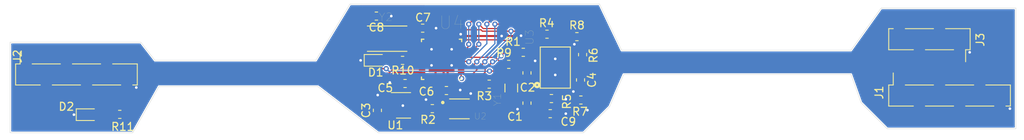
<source format=kicad_pcb>
(kicad_pcb (version 20171130) (host pcbnew "(5.1.6-0-10_14)")

  (general
    (thickness 1.6)
    (drawings 22)
    (tracks 398)
    (zones 0)
    (modules 31)
    (nets 44)
  )

  (page A4)
  (layers
    (0 F.Cu signal)
    (31 B.Cu signal)
    (32 B.Adhes user)
    (33 F.Adhes user)
    (34 B.Paste user)
    (35 F.Paste user)
    (36 B.SilkS user)
    (37 F.SilkS user)
    (38 B.Mask user)
    (39 F.Mask user)
    (40 Dwgs.User user)
    (41 Cmts.User user)
    (42 Eco1.User user)
    (43 Eco2.User user)
    (44 Edge.Cuts user)
    (45 Margin user)
    (46 B.CrtYd user)
    (47 F.CrtYd user)
    (48 B.Fab user)
    (49 F.Fab user hide)
  )

  (setup
    (last_trace_width 0.1524)
    (user_trace_width 0.254)
    (user_trace_width 0.508)
    (user_trace_width 1.524)
    (trace_clearance 0.1524)
    (zone_clearance 0.127)
    (zone_45_only no)
    (trace_min 0.1524)
    (via_size 0.6604)
    (via_drill 0.3302)
    (via_min_size 0.6604)
    (via_min_drill 0.3302)
    (uvia_size 0.3)
    (uvia_drill 0.1)
    (uvias_allowed no)
    (uvia_min_size 0.2)
    (uvia_min_drill 0.1)
    (edge_width 0.05)
    (segment_width 0.2)
    (pcb_text_width 0.3)
    (pcb_text_size 1.5 1.5)
    (mod_edge_width 0.12)
    (mod_text_size 1 1)
    (mod_text_width 0.15)
    (pad_size 1.524 1.524)
    (pad_drill 0.762)
    (pad_to_mask_clearance 0.0508)
    (aux_axis_origin 0 0)
    (visible_elements FFFFFF7F)
    (pcbplotparams
      (layerselection 0x010fc_ffffffff)
      (usegerberextensions false)
      (usegerberattributes false)
      (usegerberadvancedattributes false)
      (creategerberjobfile false)
      (excludeedgelayer true)
      (linewidth 0.100000)
      (plotframeref false)
      (viasonmask false)
      (mode 1)
      (useauxorigin false)
      (hpglpennumber 1)
      (hpglpenspeed 20)
      (hpglpendiameter 15.000000)
      (psnegative false)
      (psa4output false)
      (plotreference true)
      (plotvalue true)
      (plotinvisibletext false)
      (padsonsilk false)
      (subtractmaskfromsilk false)
      (outputformat 1)
      (mirror false)
      (drillshape 0)
      (scaleselection 1)
      (outputdirectory "plot/flex/"))
  )

  (net 0 "")
  (net 1 GND)
  (net 2 "Net-(C1-Pad1)")
  (net 3 "Net-(C2-Pad1)")
  (net 4 +3V3)
  (net 5 VDD)
  (net 6 "Net-(C8-Pad2)")
  (net 7 SCK)
  (net 8 MISO)
  (net 9 RESET)
  (net 10 MOSI)
  (net 11 RX)
  (net 12 TX)
  (net 13 SENSOR_SDA)
  (net 14 SENSOR_SCL)
  (net 15 "Net-(C4-Pad1)")
  (net 16 "Net-(C7-Pad2)")
  (net 17 "Net-(J1-Pad5)")
  (net 18 "Net-(J1-Pad1)")
  (net 19 "Net-(R2-Pad2)")
  (net 20 "Net-(R3-Pad2)")
  (net 21 "Net-(R5-Pad1)")
  (net 22 "Net-(R6-Pad1)")
  (net 23 "Net-(R7-Pad1)")
  (net 24 "Net-(R8-Pad1)")
  (net 25 "Net-(U1-Pad4)")
  (net 26 "Net-(U2-Pad3)")
  (net 27 "Net-(U3-Pad14)")
  (net 28 "Net-(U4-Pad32)")
  (net 29 "Net-(U4-Pad26)")
  (net 30 "Net-(U4-Pad24)")
  (net 31 "Net-(U4-Pad23)")
  (net 32 "Net-(U4-Pad14)")
  (net 33 "Net-(U4-Pad13)")
  (net 34 "Net-(U4-Pad12)")
  (net 35 "Net-(U4-Pad11)")
  (net 36 "Net-(U4-Pad9)")
  (net 37 "Net-(D1-Pad2)")
  (net 38 SDA)
  (net 39 SCL)
  (net 40 "Net-(R10-Pad2)")
  (net 41 PC2)
  (net 42 "Net-(U4-Pad20)")
  (net 43 "Net-(D2-Pad2)")

  (net_class Default "This is the default net class."
    (clearance 0.1524)
    (trace_width 0.1524)
    (via_dia 0.6604)
    (via_drill 0.3302)
    (uvia_dia 0.3)
    (uvia_drill 0.1)
    (add_net +3V3)
    (add_net GND)
    (add_net MISO)
    (add_net MOSI)
    (add_net "Net-(C1-Pad1)")
    (add_net "Net-(C2-Pad1)")
    (add_net "Net-(C4-Pad1)")
    (add_net "Net-(C7-Pad2)")
    (add_net "Net-(C8-Pad2)")
    (add_net "Net-(D1-Pad2)")
    (add_net "Net-(D2-Pad2)")
    (add_net "Net-(J1-Pad1)")
    (add_net "Net-(J1-Pad5)")
    (add_net "Net-(R10-Pad2)")
    (add_net "Net-(R2-Pad2)")
    (add_net "Net-(R3-Pad2)")
    (add_net "Net-(R5-Pad1)")
    (add_net "Net-(R6-Pad1)")
    (add_net "Net-(R7-Pad1)")
    (add_net "Net-(R8-Pad1)")
    (add_net "Net-(U1-Pad4)")
    (add_net "Net-(U2-Pad3)")
    (add_net "Net-(U3-Pad14)")
    (add_net "Net-(U4-Pad11)")
    (add_net "Net-(U4-Pad12)")
    (add_net "Net-(U4-Pad13)")
    (add_net "Net-(U4-Pad14)")
    (add_net "Net-(U4-Pad20)")
    (add_net "Net-(U4-Pad23)")
    (add_net "Net-(U4-Pad24)")
    (add_net "Net-(U4-Pad26)")
    (add_net "Net-(U4-Pad32)")
    (add_net "Net-(U4-Pad9)")
    (add_net PC2)
    (add_net RESET)
    (add_net RX)
    (add_net SCK)
    (add_net SCL)
    (add_net SDA)
    (add_net SENSOR_SCL)
    (add_net SENSOR_SDA)
    (add_net TX)
    (add_net VDD)
  )

  (net_class Power ""
    (clearance 0.508)
    (trace_width 0.508)
    (via_dia 0.6604)
    (via_drill 0.3302)
    (uvia_dia 0.3)
    (uvia_drill 0.1)
  )

  (module Resistor_SMD:R_0603_1608Metric (layer F.Cu) (tedit 5B301BBD) (tstamp 5F184A93)
    (at 108.5945 69.81 180)
    (descr "Resistor SMD 0603 (1608 Metric), square (rectangular) end terminal, IPC_7351 nominal, (Body size source: http://www.tortai-tech.com/upload/download/2011102023233369053.pdf), generated with kicad-footprint-generator")
    (tags resistor)
    (path /5F25559F)
    (attr smd)
    (fp_text reference R11 (at -0.3715 -1.564) (layer F.SilkS)
      (effects (font (size 1 1) (thickness 0.15)))
    )
    (fp_text value 100ohm (at 0 1.43) (layer F.Fab)
      (effects (font (size 1 1) (thickness 0.15)))
    )
    (fp_line (start 1.48 0.73) (end -1.48 0.73) (layer F.CrtYd) (width 0.05))
    (fp_line (start 1.48 -0.73) (end 1.48 0.73) (layer F.CrtYd) (width 0.05))
    (fp_line (start -1.48 -0.73) (end 1.48 -0.73) (layer F.CrtYd) (width 0.05))
    (fp_line (start -1.48 0.73) (end -1.48 -0.73) (layer F.CrtYd) (width 0.05))
    (fp_line (start -0.162779 0.51) (end 0.162779 0.51) (layer F.SilkS) (width 0.12))
    (fp_line (start -0.162779 -0.51) (end 0.162779 -0.51) (layer F.SilkS) (width 0.12))
    (fp_line (start 0.8 0.4) (end -0.8 0.4) (layer F.Fab) (width 0.1))
    (fp_line (start 0.8 -0.4) (end 0.8 0.4) (layer F.Fab) (width 0.1))
    (fp_line (start -0.8 -0.4) (end 0.8 -0.4) (layer F.Fab) (width 0.1))
    (fp_line (start -0.8 0.4) (end -0.8 -0.4) (layer F.Fab) (width 0.1))
    (fp_text user %R (at 0 0) (layer F.Fab)
      (effects (font (size 0.4 0.4) (thickness 0.06)))
    )
    (pad 2 smd roundrect (at 0.7875 0 180) (size 0.875 0.95) (layers F.Cu F.Paste F.Mask) (roundrect_rratio 0.25)
      (net 43 "Net-(D2-Pad2)"))
    (pad 1 smd roundrect (at -0.7875 0 180) (size 0.875 0.95) (layers F.Cu F.Paste F.Mask) (roundrect_rratio 0.25)
      (net 4 +3V3))
    (model ${KISYS3DMOD}/Resistor_SMD.3dshapes/R_0603_1608Metric.wrl
      (at (xyz 0 0 0))
      (scale (xyz 1 1 1))
      (rotate (xyz 0 0 0))
    )
  )

  (module LED_SMD:LED_0603_1608Metric (layer F.Cu) (tedit 5B301BBE) (tstamp 5F184836)
    (at 104.5845 69.85)
    (descr "LED SMD 0603 (1608 Metric), square (rectangular) end terminal, IPC_7351 nominal, (Body size source: http://www.tortai-tech.com/upload/download/2011102023233369053.pdf), generated with kicad-footprint-generator")
    (tags diode)
    (path /5F254B2D)
    (attr smd)
    (fp_text reference D2 (at -2.7305 -1.016) (layer F.SilkS)
      (effects (font (size 1 1) (thickness 0.15)))
    )
    (fp_text value LED_Small (at 0 1.43) (layer F.Fab)
      (effects (font (size 1 1) (thickness 0.15)))
    )
    (fp_line (start 1.48 0.73) (end -1.48 0.73) (layer F.CrtYd) (width 0.05))
    (fp_line (start 1.48 -0.73) (end 1.48 0.73) (layer F.CrtYd) (width 0.05))
    (fp_line (start -1.48 -0.73) (end 1.48 -0.73) (layer F.CrtYd) (width 0.05))
    (fp_line (start -1.48 0.73) (end -1.48 -0.73) (layer F.CrtYd) (width 0.05))
    (fp_line (start -1.485 0.735) (end 0.8 0.735) (layer F.SilkS) (width 0.12))
    (fp_line (start -1.485 -0.735) (end -1.485 0.735) (layer F.SilkS) (width 0.12))
    (fp_line (start 0.8 -0.735) (end -1.485 -0.735) (layer F.SilkS) (width 0.12))
    (fp_line (start 0.8 0.4) (end 0.8 -0.4) (layer F.Fab) (width 0.1))
    (fp_line (start -0.8 0.4) (end 0.8 0.4) (layer F.Fab) (width 0.1))
    (fp_line (start -0.8 -0.1) (end -0.8 0.4) (layer F.Fab) (width 0.1))
    (fp_line (start -0.5 -0.4) (end -0.8 -0.1) (layer F.Fab) (width 0.1))
    (fp_line (start 0.8 -0.4) (end -0.5 -0.4) (layer F.Fab) (width 0.1))
    (fp_text user %R (at 0 0) (layer F.Fab)
      (effects (font (size 0.4 0.4) (thickness 0.06)))
    )
    (pad 2 smd roundrect (at 0.7875 0) (size 0.875 0.95) (layers F.Cu F.Paste F.Mask) (roundrect_rratio 0.25)
      (net 43 "Net-(D2-Pad2)"))
    (pad 1 smd roundrect (at -0.7875 0) (size 0.875 0.95) (layers F.Cu F.Paste F.Mask) (roundrect_rratio 0.25)
      (net 1 GND))
    (model ${KISYS3DMOD}/LED_SMD.3dshapes/LED_0603_1608Metric.wrl
      (at (xyz 0 0 0))
      (scale (xyz 1 1 1))
      (rotate (xyz 0 0 0))
    )
  )

  (module Capacitor_SMD:C_0603_1608Metric (layer F.Cu) (tedit 5B301BBE) (tstamp 5F186B7A)
    (at 162.941 69.723 180)
    (descr "Capacitor SMD 0603 (1608 Metric), square (rectangular) end terminal, IPC_7351 nominal, (Body size source: http://www.tortai-tech.com/upload/download/2011102023233369053.pdf), generated with kicad-footprint-generator")
    (tags capacitor)
    (path /5F2348E8)
    (attr smd)
    (fp_text reference C9 (at -2.286 -1.016) (layer F.SilkS)
      (effects (font (size 1 1) (thickness 0.15)))
    )
    (fp_text value 0.1uF (at 0 1.43) (layer F.Fab)
      (effects (font (size 1 1) (thickness 0.15)))
    )
    (fp_line (start 1.48 0.73) (end -1.48 0.73) (layer F.CrtYd) (width 0.05))
    (fp_line (start 1.48 -0.73) (end 1.48 0.73) (layer F.CrtYd) (width 0.05))
    (fp_line (start -1.48 -0.73) (end 1.48 -0.73) (layer F.CrtYd) (width 0.05))
    (fp_line (start -1.48 0.73) (end -1.48 -0.73) (layer F.CrtYd) (width 0.05))
    (fp_line (start -0.162779 0.51) (end 0.162779 0.51) (layer F.SilkS) (width 0.12))
    (fp_line (start -0.162779 -0.51) (end 0.162779 -0.51) (layer F.SilkS) (width 0.12))
    (fp_line (start 0.8 0.4) (end -0.8 0.4) (layer F.Fab) (width 0.1))
    (fp_line (start 0.8 -0.4) (end 0.8 0.4) (layer F.Fab) (width 0.1))
    (fp_line (start -0.8 -0.4) (end 0.8 -0.4) (layer F.Fab) (width 0.1))
    (fp_line (start -0.8 0.4) (end -0.8 -0.4) (layer F.Fab) (width 0.1))
    (fp_text user %R (at 0 0) (layer F.Fab)
      (effects (font (size 0.4 0.4) (thickness 0.06)))
    )
    (pad 2 smd roundrect (at 0.7875 0 180) (size 0.875 0.95) (layers F.Cu F.Paste F.Mask) (roundrect_rratio 0.25)
      (net 4 +3V3))
    (pad 1 smd roundrect (at -0.7875 0 180) (size 0.875 0.95) (layers F.Cu F.Paste F.Mask) (roundrect_rratio 0.25)
      (net 1 GND))
    (model ${KISYS3DMOD}/Capacitor_SMD.3dshapes/C_0603_1608Metric.wrl
      (at (xyz 0 0 0))
      (scale (xyz 1 1 1))
      (rotate (xyz 0 0 0))
    )
  )

  (module Resistor_SMD:R_0603_1608Metric (layer F.Cu) (tedit 5B301BBD) (tstamp 5F17DDAE)
    (at 144.2975 62.992)
    (descr "Resistor SMD 0603 (1608 Metric), square (rectangular) end terminal, IPC_7351 nominal, (Body size source: http://www.tortai-tech.com/upload/download/2011102023233369053.pdf), generated with kicad-footprint-generator")
    (tags resistor)
    (path /5F17B602)
    (attr smd)
    (fp_text reference R10 (at 0.038 1.27) (layer F.SilkS)
      (effects (font (size 1 1) (thickness 0.15)))
    )
    (fp_text value 100ohm (at 0 1.43) (layer F.Fab)
      (effects (font (size 1 1) (thickness 0.15)))
    )
    (fp_line (start -0.8 0.4) (end -0.8 -0.4) (layer F.Fab) (width 0.1))
    (fp_line (start -0.8 -0.4) (end 0.8 -0.4) (layer F.Fab) (width 0.1))
    (fp_line (start 0.8 -0.4) (end 0.8 0.4) (layer F.Fab) (width 0.1))
    (fp_line (start 0.8 0.4) (end -0.8 0.4) (layer F.Fab) (width 0.1))
    (fp_line (start -0.162779 -0.51) (end 0.162779 -0.51) (layer F.SilkS) (width 0.12))
    (fp_line (start -0.162779 0.51) (end 0.162779 0.51) (layer F.SilkS) (width 0.12))
    (fp_line (start -1.48 0.73) (end -1.48 -0.73) (layer F.CrtYd) (width 0.05))
    (fp_line (start -1.48 -0.73) (end 1.48 -0.73) (layer F.CrtYd) (width 0.05))
    (fp_line (start 1.48 -0.73) (end 1.48 0.73) (layer F.CrtYd) (width 0.05))
    (fp_line (start 1.48 0.73) (end -1.48 0.73) (layer F.CrtYd) (width 0.05))
    (fp_text user %R (at 0 0) (layer F.Fab)
      (effects (font (size 0.4 0.4) (thickness 0.06)))
    )
    (pad 2 smd roundrect (at 0.7875 0) (size 0.875 0.95) (layers F.Cu F.Paste F.Mask) (roundrect_rratio 0.25)
      (net 40 "Net-(R10-Pad2)"))
    (pad 1 smd roundrect (at -0.7875 0) (size 0.875 0.95) (layers F.Cu F.Paste F.Mask) (roundrect_rratio 0.25)
      (net 37 "Net-(D1-Pad2)"))
    (model ${KISYS3DMOD}/Resistor_SMD.3dshapes/R_0603_1608Metric.wrl
      (at (xyz 0 0 0))
      (scale (xyz 1 1 1))
      (rotate (xyz 0 0 0))
    )
  )

  (module Connector_PinHeader_2.54mm:PinHeader_1x04_P2.54mm_Vertical_SMD_Pin1Right (layer F.Cu) (tedit 59FED5CC) (tstamp 5F17C75D)
    (at 210.82 60.321 270)
    (descr "surface-mounted straight pin header, 1x04, 2.54mm pitch, single row, style 2 (pin 1 right)")
    (tags "Surface mounted pin header SMD 1x04 2.54mm single row style2 pin1 right")
    (path /5F195DD2)
    (attr smd)
    (fp_text reference J3 (at 0.0675 -6.4135 90) (layer F.SilkS)
      (effects (font (size 1 1) (thickness 0.15)))
    )
    (fp_text value Conn_01x04_Female (at 0 6.14 90) (layer F.Fab)
      (effects (font (size 1 1) (thickness 0.15)))
    )
    (fp_line (start 1.27 5.08) (end -1.27 5.08) (layer F.Fab) (width 0.1))
    (fp_line (start -1.27 -5.08) (end 0.32 -5.08) (layer F.Fab) (width 0.1))
    (fp_line (start 1.27 5.08) (end 1.27 -4.13) (layer F.Fab) (width 0.1))
    (fp_line (start 1.27 -4.13) (end 0.32 -5.08) (layer F.Fab) (width 0.1))
    (fp_line (start -1.27 -5.08) (end -1.27 5.08) (layer F.Fab) (width 0.1))
    (fp_line (start -1.27 -1.59) (end -2.54 -1.59) (layer F.Fab) (width 0.1))
    (fp_line (start -2.54 -1.59) (end -2.54 -0.95) (layer F.Fab) (width 0.1))
    (fp_line (start -2.54 -0.95) (end -1.27 -0.95) (layer F.Fab) (width 0.1))
    (fp_line (start -1.27 3.49) (end -2.54 3.49) (layer F.Fab) (width 0.1))
    (fp_line (start -2.54 3.49) (end -2.54 4.13) (layer F.Fab) (width 0.1))
    (fp_line (start -2.54 4.13) (end -1.27 4.13) (layer F.Fab) (width 0.1))
    (fp_line (start 1.27 -4.13) (end 2.54 -4.13) (layer F.Fab) (width 0.1))
    (fp_line (start 2.54 -4.13) (end 2.54 -3.49) (layer F.Fab) (width 0.1))
    (fp_line (start 2.54 -3.49) (end 1.27 -3.49) (layer F.Fab) (width 0.1))
    (fp_line (start 1.27 0.95) (end 2.54 0.95) (layer F.Fab) (width 0.1))
    (fp_line (start 2.54 0.95) (end 2.54 1.59) (layer F.Fab) (width 0.1))
    (fp_line (start 2.54 1.59) (end 1.27 1.59) (layer F.Fab) (width 0.1))
    (fp_line (start -1.33 -5.14) (end 1.33 -5.14) (layer F.SilkS) (width 0.12))
    (fp_line (start -1.33 5.14) (end 1.33 5.14) (layer F.SilkS) (width 0.12))
    (fp_line (start 1.33 -3.05) (end 1.33 0.51) (layer F.SilkS) (width 0.12))
    (fp_line (start 1.33 2.03) (end 1.33 5.14) (layer F.SilkS) (width 0.12))
    (fp_line (start -1.33 -5.14) (end -1.33 -2.03) (layer F.SilkS) (width 0.12))
    (fp_line (start 1.33 -4.57) (end 2.85 -4.57) (layer F.SilkS) (width 0.12))
    (fp_line (start 1.33 -5.14) (end 1.33 -4.57) (layer F.SilkS) (width 0.12))
    (fp_line (start -1.33 4.57) (end -1.33 5.14) (layer F.SilkS) (width 0.12))
    (fp_line (start -1.33 -0.51) (end -1.33 3.05) (layer F.SilkS) (width 0.12))
    (fp_line (start -3.45 -5.6) (end -3.45 5.6) (layer F.CrtYd) (width 0.05))
    (fp_line (start -3.45 5.6) (end 3.45 5.6) (layer F.CrtYd) (width 0.05))
    (fp_line (start 3.45 5.6) (end 3.45 -5.6) (layer F.CrtYd) (width 0.05))
    (fp_line (start 3.45 -5.6) (end -3.45 -5.6) (layer F.CrtYd) (width 0.05))
    (fp_text user %R (at 0 0) (layer F.Fab)
      (effects (font (size 1 1) (thickness 0.15)))
    )
    (pad 3 smd rect (at 1.655 1.27 270) (size 2.51 1) (layers F.Cu F.Paste F.Mask)
      (net 38 SDA))
    (pad 1 smd rect (at 1.655 -3.81 270) (size 2.51 1) (layers F.Cu F.Paste F.Mask)
      (net 1 GND))
    (pad 4 smd rect (at -1.655 3.81 270) (size 2.51 1) (layers F.Cu F.Paste F.Mask)
      (net 5 VDD))
    (pad 2 smd rect (at -1.655 -1.27 270) (size 2.51 1) (layers F.Cu F.Paste F.Mask)
      (net 39 SCL))
    (model ${KISYS3DMOD}/Connector_PinHeader_2.54mm.3dshapes/PinHeader_1x04_P2.54mm_Vertical_SMD_Pin1Right.wrl
      (at (xyz 0 0 0))
      (scale (xyz 1 1 1))
      (rotate (xyz 0 0 0))
    )
  )

  (module LED_SMD:LED_0603_1608Metric (layer F.Cu) (tedit 5B301BBE) (tstamp 5F17ACFC)
    (at 140.9445 62.992)
    (descr "LED SMD 0603 (1608 Metric), square (rectangular) end terminal, IPC_7351 nominal, (Body size source: http://www.tortai-tech.com/upload/download/2011102023233369053.pdf), generated with kicad-footprint-generator")
    (tags diode)
    (path /5F1784B8)
    (attr smd)
    (fp_text reference D1 (at -0.038 1.524) (layer F.SilkS)
      (effects (font (size 1 1) (thickness 0.15)))
    )
    (fp_text value LED_Small (at 0 1.43) (layer F.Fab)
      (effects (font (size 1 1) (thickness 0.15)))
    )
    (fp_line (start 0.8 -0.4) (end -0.5 -0.4) (layer F.Fab) (width 0.1))
    (fp_line (start -0.5 -0.4) (end -0.8 -0.1) (layer F.Fab) (width 0.1))
    (fp_line (start -0.8 -0.1) (end -0.8 0.4) (layer F.Fab) (width 0.1))
    (fp_line (start -0.8 0.4) (end 0.8 0.4) (layer F.Fab) (width 0.1))
    (fp_line (start 0.8 0.4) (end 0.8 -0.4) (layer F.Fab) (width 0.1))
    (fp_line (start 0.8 -0.735) (end -1.485 -0.735) (layer F.SilkS) (width 0.12))
    (fp_line (start -1.485 -0.735) (end -1.485 0.735) (layer F.SilkS) (width 0.12))
    (fp_line (start -1.485 0.735) (end 0.8 0.735) (layer F.SilkS) (width 0.12))
    (fp_line (start -1.48 0.73) (end -1.48 -0.73) (layer F.CrtYd) (width 0.05))
    (fp_line (start -1.48 -0.73) (end 1.48 -0.73) (layer F.CrtYd) (width 0.05))
    (fp_line (start 1.48 -0.73) (end 1.48 0.73) (layer F.CrtYd) (width 0.05))
    (fp_line (start 1.48 0.73) (end -1.48 0.73) (layer F.CrtYd) (width 0.05))
    (fp_text user %R (at 0 0) (layer F.Fab)
      (effects (font (size 0.4 0.4) (thickness 0.06)))
    )
    (pad 2 smd roundrect (at 0.7875 0) (size 0.875 0.95) (layers F.Cu F.Paste F.Mask) (roundrect_rratio 0.25)
      (net 37 "Net-(D1-Pad2)"))
    (pad 1 smd roundrect (at -0.7875 0) (size 0.875 0.95) (layers F.Cu F.Paste F.Mask) (roundrect_rratio 0.25)
      (net 1 GND))
    (model ${KISYS3DMOD}/LED_SMD.3dshapes/LED_0603_1608Metric.wrl
      (at (xyz 0 0 0))
      (scale (xyz 1 1 1))
      (rotate (xyz 0 0 0))
    )
  )

  (module Capacitor_SMD:C_0603_1608Metric (layer F.Cu) (tedit 5B301BBE) (tstamp 5F115E53)
    (at 149.8345 66.802 180)
    (descr "Capacitor SMD 0603 (1608 Metric), square (rectangular) end terminal, IPC_7351 nominal, (Body size source: http://www.tortai-tech.com/upload/download/2011102023233369053.pdf), generated with kicad-footprint-generator")
    (tags capacitor)
    (path /5F209B08)
    (attr smd)
    (fp_text reference C6 (at 2.5145 -0.127) (layer F.SilkS)
      (effects (font (size 1 1) (thickness 0.15)))
    )
    (fp_text value 0.1uF (at 0 1.43) (layer F.Fab)
      (effects (font (size 1 1) (thickness 0.15)))
    )
    (fp_line (start -0.8 0.4) (end -0.8 -0.4) (layer F.Fab) (width 0.1))
    (fp_line (start -0.8 -0.4) (end 0.8 -0.4) (layer F.Fab) (width 0.1))
    (fp_line (start 0.8 -0.4) (end 0.8 0.4) (layer F.Fab) (width 0.1))
    (fp_line (start 0.8 0.4) (end -0.8 0.4) (layer F.Fab) (width 0.1))
    (fp_line (start -0.162779 -0.51) (end 0.162779 -0.51) (layer F.SilkS) (width 0.12))
    (fp_line (start -0.162779 0.51) (end 0.162779 0.51) (layer F.SilkS) (width 0.12))
    (fp_line (start -1.48 0.73) (end -1.48 -0.73) (layer F.CrtYd) (width 0.05))
    (fp_line (start -1.48 -0.73) (end 1.48 -0.73) (layer F.CrtYd) (width 0.05))
    (fp_line (start 1.48 -0.73) (end 1.48 0.73) (layer F.CrtYd) (width 0.05))
    (fp_line (start 1.48 0.73) (end -1.48 0.73) (layer F.CrtYd) (width 0.05))
    (fp_text user %R (at 0 0) (layer F.Fab)
      (effects (font (size 0.4 0.4) (thickness 0.06)))
    )
    (pad 2 smd roundrect (at 0.7875 0 180) (size 0.875 0.95) (layers F.Cu F.Paste F.Mask) (roundrect_rratio 0.25)
      (net 4 +3V3))
    (pad 1 smd roundrect (at -0.7875 0 180) (size 0.875 0.95) (layers F.Cu F.Paste F.Mask) (roundrect_rratio 0.25)
      (net 1 GND))
    (model ${KISYS3DMOD}/Capacitor_SMD.3dshapes/C_0603_1608Metric.wrl
      (at (xyz 0 0 0))
      (scale (xyz 1 1 1))
      (rotate (xyz 0 0 0))
    )
  )

  (module BNO055:LGA28R50P4X10_380X520X100 (layer F.Cu) (tedit 5F0F97D8) (tstamp 5F116B6D)
    (at 163.584 63.905 90)
    (path /5F14966A)
    (fp_text reference U3 (at 3.834 -3.2465 90) (layer F.SilkS)
      (effects (font (size 1.001008 1.001008) (thickness 0.015)))
    )
    (fp_text value BNO055 (at 13.192115 2.668465 90) (layer F.Fab)
      (effects (font (size 1.001299 1.001299) (thickness 0.015)))
    )
    (fp_line (start -2.6 -1.9) (end -2.6 1.9) (layer F.SilkS) (width 0.127))
    (fp_line (start -2.6 1.9) (end 2.6 1.9) (layer F.SilkS) (width 0.127))
    (fp_line (start 2.6 1.9) (end 2.6 -1.9) (layer F.SilkS) (width 0.127))
    (fp_line (start 2.6 -1.9) (end -2.6 -1.9) (layer F.SilkS) (width 0.127))
    (fp_line (start -2.9 -2.2) (end 2.9 -2.2) (layer F.CrtYd) (width 0.127))
    (fp_line (start 2.9 -2.2) (end 2.9 2.2) (layer F.CrtYd) (width 0.127))
    (fp_line (start 2.9 2.2) (end -2.9 2.2) (layer F.CrtYd) (width 0.127))
    (fp_line (start -2.9 2.2) (end -2.9 -2.2) (layer F.CrtYd) (width 0.127))
    (fp_circle (center -2.2 -2.3) (end -2.1 -2.3) (layer F.SilkS) (width 0.3048))
    (pad 28 smd rect (at -1.75 -1.5625 90) (size 0.3 0.525) (layers F.Cu F.Paste F.Mask)
      (net 4 +3V3))
    (pad 27 smd rect (at -1.25 -1.5625 90) (size 0.3 0.525) (layers F.Cu F.Paste F.Mask)
      (net 2 "Net-(C1-Pad1)"))
    (pad 26 smd rect (at -0.75 -1.5625 90) (size 0.3 0.525) (layers F.Cu F.Paste F.Mask)
      (net 3 "Net-(C2-Pad1)"))
    (pad 25 smd rect (at -0.25 -1.5625 90) (size 0.3 0.525) (layers F.Cu F.Paste F.Mask)
      (net 1 GND))
    (pad 24 smd rect (at 0.25 -1.5625 90) (size 0.3 0.525) (layers F.Cu F.Paste F.Mask))
    (pad 23 smd rect (at 0.75 -1.5625 90) (size 0.3 0.525) (layers F.Cu F.Paste F.Mask))
    (pad 22 smd rect (at 1.25 -1.5625 90) (size 0.3 0.525) (layers F.Cu F.Paste F.Mask))
    (pad 21 smd rect (at 1.75 -1.5625 90) (size 0.3 0.525) (layers F.Cu F.Paste F.Mask))
    (pad 20 smd rect (at 2.25 -1.5625 90) (size 0.3 0.525) (layers F.Cu F.Paste F.Mask)
      (net 13 SENSOR_SDA))
    (pad 19 smd rect (at 2.3125 -0.75 90) (size 0.425 0.3) (layers F.Cu F.Paste F.Mask)
      (net 14 SENSOR_SCL))
    (pad 18 smd rect (at 2.3125 -0.25 90) (size 0.425 0.3) (layers F.Cu F.Paste F.Mask)
      (net 1 GND))
    (pad 17 smd rect (at 2.3125 0.25 90) (size 0.425 0.3) (layers F.Cu F.Paste F.Mask)
      (net 24 "Net-(R8-Pad1)"))
    (pad 16 smd rect (at 2.3125 0.75 90) (size 0.425 0.3) (layers F.Cu F.Paste F.Mask)
      (net 1 GND))
    (pad 15 smd rect (at 2.25 1.5625 90) (size 0.3 0.525) (layers F.Cu F.Paste F.Mask)
      (net 1 GND))
    (pad 14 smd rect (at 1.75 1.5625 90) (size 0.3 0.525) (layers F.Cu F.Paste F.Mask)
      (net 27 "Net-(U3-Pad14)"))
    (pad 13 smd rect (at 1.25 1.5625 90) (size 0.3 0.525) (layers F.Cu F.Paste F.Mask))
    (pad 12 smd rect (at 0.75 1.5625 90) (size 0.3 0.525) (layers F.Cu F.Paste F.Mask))
    (pad 11 smd rect (at 0.25 1.5625 90) (size 0.3 0.525) (layers F.Cu F.Paste F.Mask)
      (net 22 "Net-(R6-Pad1)"))
    (pad 10 smd rect (at -0.25 1.5625 90) (size 0.3 0.525) (layers F.Cu F.Paste F.Mask)
      (net 1 GND))
    (pad 9 smd rect (at -0.75 1.5625 90) (size 0.3 0.525) (layers F.Cu F.Paste F.Mask)
      (net 15 "Net-(C4-Pad1)"))
    (pad 8 smd rect (at -1.25 1.5625 90) (size 0.3 0.525) (layers F.Cu F.Paste F.Mask))
    (pad 7 smd rect (at -1.75 1.5625 90) (size 0.3 0.525) (layers F.Cu F.Paste F.Mask))
    (pad 6 smd rect (at -2.25 1.5625 90) (size 0.3 0.525) (layers F.Cu F.Paste F.Mask)
      (net 23 "Net-(R7-Pad1)"))
    (pad 5 smd rect (at -2.3125 0.75 90) (size 0.425 0.3) (layers F.Cu F.Paste F.Mask)
      (net 21 "Net-(R5-Pad1)"))
    (pad 4 smd rect (at -2.3125 0.25 90) (size 0.425 0.3) (layers F.Cu F.Paste F.Mask)
      (net 4 +3V3))
    (pad 3 smd rect (at -2.3125 -0.25 90) (size 0.425 0.3) (layers F.Cu F.Paste F.Mask)
      (net 4 +3V3))
    (pad 2 smd rect (at -2.3125 -0.75 90) (size 0.425 0.3) (layers F.Cu F.Paste F.Mask)
      (net 1 GND))
    (pad 1 smd rect (at -2.25 -1.5625 90) (size 0.3 0.525) (layers F.Cu F.Paste F.Mask))
  )

  (module ATMEGA328P-MUR:QFN50P500X500X100-33N (layer F.Cu) (tedit 5F0F9549) (tstamp 5F115FEB)
    (at 149.225 62.865 270)
    (path /5F13D13D)
    (fp_text reference U4 (at -4.6355 -1.27 180) (layer F.SilkS)
      (effects (font (size 1.642669 1.642669) (thickness 0.015)))
    )
    (fp_text value ATMEGA328P-MUR (at 18.435055 -5.492385 90) (layer F.Fab)
      (effects (font (size 1.641787 1.641787) (thickness 0.015)))
    )
    (fp_line (start 2.54 -2.2352) (end 2.54 -2.54) (layer F.SilkS) (width 0.1524))
    (fp_line (start 2.2352 2.54) (end 2.54 2.54) (layer F.SilkS) (width 0.1524))
    (fp_line (start -2.54 2.2352) (end -2.54 2.54) (layer F.SilkS) (width 0.1524))
    (fp_line (start -2.2352 -2.54) (end -2.54 -2.54) (layer F.SilkS) (width 0.1524))
    (fp_line (start -2.54 2.54) (end -2.2352 2.54) (layer F.SilkS) (width 0.1524))
    (fp_line (start 2.54 2.54) (end 2.54 2.2352) (layer F.SilkS) (width 0.1524))
    (fp_line (start 2.54 -2.54) (end 2.2352 -2.54) (layer F.SilkS) (width 0.1524))
    (fp_line (start -2.54 -2.54) (end -2.54 -2.2352) (layer F.SilkS) (width 0.1524))
    (fp_line (start -2.54 -1.27) (end -1.27 -2.54) (layer F.Fab) (width 0.1))
    (fp_line (start 1.905 -2.54) (end 1.6002 -2.54) (layer F.Fab) (width 0.1))
    (fp_line (start 1.397 -2.54) (end 1.0922 -2.54) (layer F.Fab) (width 0.1))
    (fp_line (start 0.889 -2.54) (end 0.6096 -2.54) (layer F.Fab) (width 0.1))
    (fp_line (start 0.4064 -2.54) (end 0.1016 -2.54) (layer F.Fab) (width 0.1))
    (fp_line (start -0.1016 -2.54) (end -0.4064 -2.54) (layer F.Fab) (width 0.1))
    (fp_line (start -0.6096 -2.54) (end -0.889 -2.54) (layer F.Fab) (width 0.1))
    (fp_line (start -1.0922 -2.54) (end -1.397 -2.54) (layer F.Fab) (width 0.1))
    (fp_line (start -1.6002 -2.54) (end -1.905 -2.54) (layer F.Fab) (width 0.1))
    (fp_line (start -2.54 -1.905) (end -2.54 -1.6002) (layer F.Fab) (width 0.1))
    (fp_line (start -2.54 -1.397) (end -2.54 -1.0922) (layer F.Fab) (width 0.1))
    (fp_line (start -2.54 -0.889) (end -2.54 -0.6096) (layer F.Fab) (width 0.1))
    (fp_line (start -2.54 -0.4064) (end -2.54 -0.1016) (layer F.Fab) (width 0.1))
    (fp_line (start -2.54 0.1016) (end -2.54 0.4064) (layer F.Fab) (width 0.1))
    (fp_line (start -2.54 0.6096) (end -2.54 0.889) (layer F.Fab) (width 0.1))
    (fp_line (start -2.54 1.0922) (end -2.54 1.397) (layer F.Fab) (width 0.1))
    (fp_line (start -2.54 1.6002) (end -2.54 1.905) (layer F.Fab) (width 0.1))
    (fp_line (start -1.905 2.54) (end -1.6002 2.54) (layer F.Fab) (width 0.1))
    (fp_line (start -1.397 2.54) (end -1.0922 2.54) (layer F.Fab) (width 0.1))
    (fp_line (start -0.889 2.54) (end -0.6096 2.54) (layer F.Fab) (width 0.1))
    (fp_line (start -0.4064 2.54) (end -0.1016 2.54) (layer F.Fab) (width 0.1))
    (fp_line (start 0.1016 2.54) (end 0.4064 2.54) (layer F.Fab) (width 0.1))
    (fp_line (start 0.6096 2.54) (end 0.889 2.54) (layer F.Fab) (width 0.1))
    (fp_line (start 1.0922 2.54) (end 1.397 2.54) (layer F.Fab) (width 0.1))
    (fp_line (start 1.6002 2.54) (end 1.905 2.54) (layer F.Fab) (width 0.1))
    (fp_line (start 2.54 1.905) (end 2.54 1.6002) (layer F.Fab) (width 0.1))
    (fp_line (start 2.54 1.397) (end 2.54 1.0922) (layer F.Fab) (width 0.1))
    (fp_line (start 2.54 0.889) (end 2.54 0.6096) (layer F.Fab) (width 0.1))
    (fp_line (start 2.54 0.4064) (end 2.54 0.1016) (layer F.Fab) (width 0.1))
    (fp_line (start 2.54 -0.1016) (end 2.54 -0.4064) (layer F.Fab) (width 0.1))
    (fp_line (start 2.54 -0.6096) (end 2.54 -0.889) (layer F.Fab) (width 0.1))
    (fp_line (start 2.54 -1.0922) (end 2.54 -1.397) (layer F.Fab) (width 0.1))
    (fp_line (start 2.54 -1.6002) (end 2.54 -1.905) (layer F.Fab) (width 0.1))
    (fp_line (start -2.54 2.54) (end 2.54 2.54) (layer F.Fab) (width 0.1))
    (fp_line (start 2.54 2.54) (end 2.54 -2.54) (layer F.Fab) (width 0.1))
    (fp_line (start 2.54 -2.54) (end -2.54 -2.54) (layer F.Fab) (width 0.1))
    (fp_line (start -2.54 -2.54) (end -2.54 2.54) (layer F.Fab) (width 0.1))
    (pad 33 smd rect (at 0 0 270) (size 3.2512 3.2512) (layers F.Cu F.Paste F.Mask)
      (net 1 GND))
    (pad 32 smd rect (at -1.7526 -2.4638 270) (size 0.3048 0.8128) (layers F.Cu F.Paste F.Mask)
      (net 28 "Net-(U4-Pad32)"))
    (pad 31 smd rect (at -1.2446 -2.4638 270) (size 0.3048 0.8128) (layers F.Cu F.Paste F.Mask)
      (net 12 TX))
    (pad 30 smd rect (at -0.762 -2.4638 270) (size 0.3048 0.8128) (layers F.Cu F.Paste F.Mask)
      (net 11 RX))
    (pad 29 smd rect (at -0.254 -2.4638 270) (size 0.3048 0.8128) (layers F.Cu F.Paste F.Mask)
      (net 9 RESET))
    (pad 28 smd rect (at 0.254 -2.4638 270) (size 0.3048 0.8128) (layers F.Cu F.Paste F.Mask)
      (net 39 SCL))
    (pad 27 smd rect (at 0.762 -2.4638 270) (size 0.3048 0.8128) (layers F.Cu F.Paste F.Mask)
      (net 38 SDA))
    (pad 26 smd rect (at 1.2446 -2.4638 270) (size 0.3048 0.8128) (layers F.Cu F.Paste F.Mask)
      (net 29 "Net-(U4-Pad26)"))
    (pad 25 smd rect (at 1.7526 -2.4638 270) (size 0.3048 0.8128) (layers F.Cu F.Paste F.Mask)
      (net 41 PC2))
    (pad 24 smd rect (at 2.4638 -1.7526 270) (size 0.8128 0.3048) (layers F.Cu F.Paste F.Mask)
      (net 30 "Net-(U4-Pad24)"))
    (pad 23 smd rect (at 2.4638 -1.2446 270) (size 0.8128 0.3048) (layers F.Cu F.Paste F.Mask)
      (net 31 "Net-(U4-Pad23)"))
    (pad 22 smd rect (at 2.4638 -0.762 270) (size 0.8128 0.3048) (layers F.Cu F.Paste F.Mask)
      (net 1 GND))
    (pad 21 smd rect (at 2.4638 -0.254 270) (size 0.8128 0.3048) (layers F.Cu F.Paste F.Mask)
      (net 1 GND))
    (pad 20 smd rect (at 2.4638 0.254 270) (size 0.8128 0.3048) (layers F.Cu F.Paste F.Mask)
      (net 42 "Net-(U4-Pad20)"))
    (pad 19 smd rect (at 2.4638 0.762 270) (size 0.8128 0.3048) (layers F.Cu F.Paste F.Mask)
      (net 1 GND))
    (pad 18 smd rect (at 2.4638 1.2446 270) (size 0.8128 0.3048) (layers F.Cu F.Paste F.Mask)
      (net 4 +3V3))
    (pad 17 smd rect (at 2.4638 1.7526 270) (size 0.8128 0.3048) (layers F.Cu F.Paste F.Mask)
      (net 7 SCK))
    (pad 16 smd rect (at 1.7526 2.4638 270) (size 0.3048 0.8128) (layers F.Cu F.Paste F.Mask)
      (net 8 MISO))
    (pad 15 smd rect (at 1.2446 2.4638 270) (size 0.3048 0.8128) (layers F.Cu F.Paste F.Mask)
      (net 10 MOSI))
    (pad 14 smd rect (at 0.762 2.4638 270) (size 0.3048 0.8128) (layers F.Cu F.Paste F.Mask)
      (net 32 "Net-(U4-Pad14)"))
    (pad 13 smd rect (at 0.254 2.4638 270) (size 0.3048 0.8128) (layers F.Cu F.Paste F.Mask)
      (net 33 "Net-(U4-Pad13)"))
    (pad 12 smd rect (at -0.254 2.4638 270) (size 0.3048 0.8128) (layers F.Cu F.Paste F.Mask)
      (net 34 "Net-(U4-Pad12)"))
    (pad 11 smd rect (at -0.762 2.4638 270) (size 0.3048 0.8128) (layers F.Cu F.Paste F.Mask)
      (net 35 "Net-(U4-Pad11)"))
    (pad 10 smd rect (at -1.2446 2.4638 270) (size 0.3048 0.8128) (layers F.Cu F.Paste F.Mask)
      (net 40 "Net-(R10-Pad2)"))
    (pad 9 smd rect (at -1.7526 2.4638 270) (size 0.3048 0.8128) (layers F.Cu F.Paste F.Mask)
      (net 36 "Net-(U4-Pad9)"))
    (pad 8 smd rect (at -2.4638 1.7526 270) (size 0.8128 0.3048) (layers F.Cu F.Paste F.Mask)
      (net 6 "Net-(C8-Pad2)"))
    (pad 7 smd rect (at -2.4638 1.2446 270) (size 0.8128 0.3048) (layers F.Cu F.Paste F.Mask)
      (net 16 "Net-(C7-Pad2)"))
    (pad 6 smd rect (at -2.4638 0.762 270) (size 0.8128 0.3048) (layers F.Cu F.Paste F.Mask)
      (net 4 +3V3))
    (pad 5 smd rect (at -2.4638 0.254 270) (size 0.8128 0.3048) (layers F.Cu F.Paste F.Mask)
      (net 1 GND))
    (pad 4 smd rect (at -2.4638 -0.254 270) (size 0.8128 0.3048) (layers F.Cu F.Paste F.Mask)
      (net 4 +3V3))
    (pad 3 smd rect (at -2.4638 -0.762 270) (size 0.8128 0.3048) (layers F.Cu F.Paste F.Mask)
      (net 1 GND))
    (pad 2 smd rect (at -2.4638 -1.2446 270) (size 0.8128 0.3048) (layers F.Cu F.Paste F.Mask)
      (net 14 SENSOR_SCL))
    (pad 1 smd rect (at -2.4638 -1.7526 270) (size 0.8128 0.3048) (layers F.Cu F.Paste F.Mask)
      (net 13 SENSOR_SDA))
  )

  (module Package_TO_SOT_SMD:SOT-23-5 (layer F.Cu) (tedit 5A02FF57) (tstamp 5F12DF98)
    (at 144.422 68.675)
    (descr "5-pin SOT23 package")
    (tags SOT-23-5)
    (path /5F1E2D2C)
    (attr smd)
    (fp_text reference U1 (at -1.039 2.5085) (layer F.SilkS)
      (effects (font (size 1 1) (thickness 0.15)))
    )
    (fp_text value MIC5205-3.3YM5 (at 0 2.9) (layer F.Fab)
      (effects (font (size 1 1) (thickness 0.15)))
    )
    (fp_line (start -0.9 1.61) (end 0.9 1.61) (layer F.SilkS) (width 0.12))
    (fp_line (start 0.9 -1.61) (end -1.55 -1.61) (layer F.SilkS) (width 0.12))
    (fp_line (start -1.9 -1.8) (end 1.9 -1.8) (layer F.CrtYd) (width 0.05))
    (fp_line (start 1.9 -1.8) (end 1.9 1.8) (layer F.CrtYd) (width 0.05))
    (fp_line (start 1.9 1.8) (end -1.9 1.8) (layer F.CrtYd) (width 0.05))
    (fp_line (start -1.9 1.8) (end -1.9 -1.8) (layer F.CrtYd) (width 0.05))
    (fp_line (start -0.9 -0.9) (end -0.25 -1.55) (layer F.Fab) (width 0.1))
    (fp_line (start 0.9 -1.55) (end -0.25 -1.55) (layer F.Fab) (width 0.1))
    (fp_line (start -0.9 -0.9) (end -0.9 1.55) (layer F.Fab) (width 0.1))
    (fp_line (start 0.9 1.55) (end -0.9 1.55) (layer F.Fab) (width 0.1))
    (fp_line (start 0.9 -1.55) (end 0.9 1.55) (layer F.Fab) (width 0.1))
    (fp_text user %R (at 0 0 90) (layer F.Fab)
      (effects (font (size 0.5 0.5) (thickness 0.075)))
    )
    (pad 5 smd rect (at 1.1 -0.95) (size 1.06 0.65) (layers F.Cu F.Paste F.Mask)
      (net 4 +3V3))
    (pad 4 smd rect (at 1.1 0.95) (size 1.06 0.65) (layers F.Cu F.Paste F.Mask)
      (net 25 "Net-(U1-Pad4)"))
    (pad 3 smd rect (at -1.1 0.95) (size 1.06 0.65) (layers F.Cu F.Paste F.Mask)
      (net 5 VDD))
    (pad 2 smd rect (at -1.1 0) (size 1.06 0.65) (layers F.Cu F.Paste F.Mask)
      (net 1 GND))
    (pad 1 smd rect (at -1.1 -0.95) (size 1.06 0.65) (layers F.Cu F.Paste F.Mask)
      (net 5 VDD))
    (model ${KISYS3DMOD}/Package_TO_SOT_SMD.3dshapes/SOT-23-5.wrl
      (at (xyz 0 0 0))
      (scale (xyz 1 1 1))
      (rotate (xyz 0 0 0))
    )
  )

  (module Resistor_SMD:R_0603_1608Metric (layer F.Cu) (tedit 5B301BBD) (tstamp 5F128DA7)
    (at 167.029 62.27 90)
    (descr "Resistor SMD 0603 (1608 Metric), square (rectangular) end terminal, IPC_7351 nominal, (Body size source: http://www.tortai-tech.com/upload/download/2011102023233369053.pdf), generated with kicad-footprint-generator")
    (tags resistor)
    (path /5F15D01C)
    (attr smd)
    (fp_text reference R6 (at -0.087 1.373 90) (layer F.SilkS)
      (effects (font (size 1 1) (thickness 0.15)))
    )
    (fp_text value 10K (at 0 1.43 90) (layer F.Fab)
      (effects (font (size 1 1) (thickness 0.15)))
    )
    (fp_line (start -0.8 0.4) (end -0.8 -0.4) (layer F.Fab) (width 0.1))
    (fp_line (start -0.8 -0.4) (end 0.8 -0.4) (layer F.Fab) (width 0.1))
    (fp_line (start 0.8 -0.4) (end 0.8 0.4) (layer F.Fab) (width 0.1))
    (fp_line (start 0.8 0.4) (end -0.8 0.4) (layer F.Fab) (width 0.1))
    (fp_line (start -0.162779 -0.51) (end 0.162779 -0.51) (layer F.SilkS) (width 0.12))
    (fp_line (start -0.162779 0.51) (end 0.162779 0.51) (layer F.SilkS) (width 0.12))
    (fp_line (start -1.48 0.73) (end -1.48 -0.73) (layer F.CrtYd) (width 0.05))
    (fp_line (start -1.48 -0.73) (end 1.48 -0.73) (layer F.CrtYd) (width 0.05))
    (fp_line (start 1.48 -0.73) (end 1.48 0.73) (layer F.CrtYd) (width 0.05))
    (fp_line (start 1.48 0.73) (end -1.48 0.73) (layer F.CrtYd) (width 0.05))
    (fp_text user %R (at 0 0 90) (layer F.Fab)
      (effects (font (size 0.4 0.4) (thickness 0.06)))
    )
    (pad 2 smd roundrect (at 0.7875 0 90) (size 0.875 0.95) (layers F.Cu F.Paste F.Mask) (roundrect_rratio 0.25)
      (net 4 +3V3))
    (pad 1 smd roundrect (at -0.7875 0 90) (size 0.875 0.95) (layers F.Cu F.Paste F.Mask) (roundrect_rratio 0.25)
      (net 22 "Net-(R6-Pad1)"))
    (model ${KISYS3DMOD}/Resistor_SMD.3dshapes/R_0603_1608Metric.wrl
      (at (xyz 0 0 0))
      (scale (xyz 1 1 1))
      (rotate (xyz 0 0 0))
    )
  )

  (module Resistor_SMD:R_0603_1608Metric (layer F.Cu) (tedit 5B301BBD) (tstamp 5F115EE8)
    (at 163.0935 67.818)
    (descr "Resistor SMD 0603 (1608 Metric), square (rectangular) end terminal, IPC_7351 nominal, (Body size source: http://www.tortai-tech.com/upload/download/2011102023233369053.pdf), generated with kicad-footprint-generator")
    (tags resistor)
    (path /5F152935)
    (attr smd)
    (fp_text reference R5 (at 1.943 0.381 90) (layer F.SilkS)
      (effects (font (size 1 1) (thickness 0.15)))
    )
    (fp_text value 10K (at 0 1.43) (layer F.Fab)
      (effects (font (size 1 1) (thickness 0.15)))
    )
    (fp_line (start -0.8 0.4) (end -0.8 -0.4) (layer F.Fab) (width 0.1))
    (fp_line (start -0.8 -0.4) (end 0.8 -0.4) (layer F.Fab) (width 0.1))
    (fp_line (start 0.8 -0.4) (end 0.8 0.4) (layer F.Fab) (width 0.1))
    (fp_line (start 0.8 0.4) (end -0.8 0.4) (layer F.Fab) (width 0.1))
    (fp_line (start -0.162779 -0.51) (end 0.162779 -0.51) (layer F.SilkS) (width 0.12))
    (fp_line (start -0.162779 0.51) (end 0.162779 0.51) (layer F.SilkS) (width 0.12))
    (fp_line (start -1.48 0.73) (end -1.48 -0.73) (layer F.CrtYd) (width 0.05))
    (fp_line (start -1.48 -0.73) (end 1.48 -0.73) (layer F.CrtYd) (width 0.05))
    (fp_line (start 1.48 -0.73) (end 1.48 0.73) (layer F.CrtYd) (width 0.05))
    (fp_line (start 1.48 0.73) (end -1.48 0.73) (layer F.CrtYd) (width 0.05))
    (fp_text user %R (at 0 0) (layer F.Fab)
      (effects (font (size 0.4 0.4) (thickness 0.06)))
    )
    (pad 2 smd roundrect (at 0.7875 0) (size 0.875 0.95) (layers F.Cu F.Paste F.Mask) (roundrect_rratio 0.25)
      (net 1 GND))
    (pad 1 smd roundrect (at -0.7875 0) (size 0.875 0.95) (layers F.Cu F.Paste F.Mask) (roundrect_rratio 0.25)
      (net 21 "Net-(R5-Pad1)"))
    (model ${KISYS3DMOD}/Resistor_SMD.3dshapes/R_0603_1608Metric.wrl
      (at (xyz 0 0 0))
      (scale (xyz 1 1 1))
      (rotate (xyz 0 0 0))
    )
  )

  (module Capacitor_SMD:C_0603_1608Metric (layer F.Cu) (tedit 5B301BBE) (tstamp 5F1A3558)
    (at 140.9955 57.404 180)
    (descr "Capacitor SMD 0603 (1608 Metric), square (rectangular) end terminal, IPC_7351 nominal, (Body size source: http://www.tortai-tech.com/upload/download/2011102023233369053.pdf), generated with kicad-footprint-generator")
    (tags capacitor)
    (path /5F24F705)
    (attr smd)
    (fp_text reference C8 (at 0 -1.43) (layer F.SilkS)
      (effects (font (size 1 1) (thickness 0.15)))
    )
    (fp_text value 22pF (at 0 1.43) (layer F.Fab)
      (effects (font (size 1 1) (thickness 0.15)))
    )
    (fp_line (start -0.8 0.4) (end -0.8 -0.4) (layer F.Fab) (width 0.1))
    (fp_line (start -0.8 -0.4) (end 0.8 -0.4) (layer F.Fab) (width 0.1))
    (fp_line (start 0.8 -0.4) (end 0.8 0.4) (layer F.Fab) (width 0.1))
    (fp_line (start 0.8 0.4) (end -0.8 0.4) (layer F.Fab) (width 0.1))
    (fp_line (start -0.162779 -0.51) (end 0.162779 -0.51) (layer F.SilkS) (width 0.12))
    (fp_line (start -0.162779 0.51) (end 0.162779 0.51) (layer F.SilkS) (width 0.12))
    (fp_line (start -1.48 0.73) (end -1.48 -0.73) (layer F.CrtYd) (width 0.05))
    (fp_line (start -1.48 -0.73) (end 1.48 -0.73) (layer F.CrtYd) (width 0.05))
    (fp_line (start 1.48 -0.73) (end 1.48 0.73) (layer F.CrtYd) (width 0.05))
    (fp_line (start 1.48 0.73) (end -1.48 0.73) (layer F.CrtYd) (width 0.05))
    (fp_text user %R (at 0 0) (layer F.Fab)
      (effects (font (size 0.4 0.4) (thickness 0.06)))
    )
    (pad 2 smd roundrect (at 0.7875 0 180) (size 0.875 0.95) (layers F.Cu F.Paste F.Mask) (roundrect_rratio 0.25)
      (net 6 "Net-(C8-Pad2)"))
    (pad 1 smd roundrect (at -0.7875 0 180) (size 0.875 0.95) (layers F.Cu F.Paste F.Mask) (roundrect_rratio 0.25)
      (net 1 GND))
    (model ${KISYS3DMOD}/Capacitor_SMD.3dshapes/C_0603_1608Metric.wrl
      (at (xyz 0 0 0))
      (scale (xyz 1 1 1))
      (rotate (xyz 0 0 0))
    )
  )

  (module Capacitor_SMD:C_0603_1608Metric (layer F.Cu) (tedit 5B301BBE) (tstamp 5F128306)
    (at 146.8375 58.928 180)
    (descr "Capacitor SMD 0603 (1608 Metric), square (rectangular) end terminal, IPC_7351 nominal, (Body size source: http://www.tortai-tech.com/upload/download/2011102023233369053.pdf), generated with kicad-footprint-generator")
    (tags capacitor)
    (path /5F24E6F1)
    (attr smd)
    (fp_text reference C7 (at -0.038 1.3335) (layer F.SilkS)
      (effects (font (size 1 1) (thickness 0.15)))
    )
    (fp_text value 22pF (at 0 1.43) (layer F.Fab)
      (effects (font (size 1 1) (thickness 0.15)))
    )
    (fp_line (start -0.8 0.4) (end -0.8 -0.4) (layer F.Fab) (width 0.1))
    (fp_line (start -0.8 -0.4) (end 0.8 -0.4) (layer F.Fab) (width 0.1))
    (fp_line (start 0.8 -0.4) (end 0.8 0.4) (layer F.Fab) (width 0.1))
    (fp_line (start 0.8 0.4) (end -0.8 0.4) (layer F.Fab) (width 0.1))
    (fp_line (start -0.162779 -0.51) (end 0.162779 -0.51) (layer F.SilkS) (width 0.12))
    (fp_line (start -0.162779 0.51) (end 0.162779 0.51) (layer F.SilkS) (width 0.12))
    (fp_line (start -1.48 0.73) (end -1.48 -0.73) (layer F.CrtYd) (width 0.05))
    (fp_line (start -1.48 -0.73) (end 1.48 -0.73) (layer F.CrtYd) (width 0.05))
    (fp_line (start 1.48 -0.73) (end 1.48 0.73) (layer F.CrtYd) (width 0.05))
    (fp_line (start 1.48 0.73) (end -1.48 0.73) (layer F.CrtYd) (width 0.05))
    (fp_text user %R (at 0 0) (layer F.Fab)
      (effects (font (size 0.4 0.4) (thickness 0.06)))
    )
    (pad 2 smd roundrect (at 0.7875 0 180) (size 0.875 0.95) (layers F.Cu F.Paste F.Mask) (roundrect_rratio 0.25)
      (net 16 "Net-(C7-Pad2)"))
    (pad 1 smd roundrect (at -0.7875 0 180) (size 0.875 0.95) (layers F.Cu F.Paste F.Mask) (roundrect_rratio 0.25)
      (net 1 GND))
    (model ${KISYS3DMOD}/Capacitor_SMD.3dshapes/C_0603_1608Metric.wrl
      (at (xyz 0 0 0))
      (scale (xyz 1 1 1))
      (rotate (xyz 0 0 0))
    )
  )

  (module Capacitor_SMD:C_0603_1608Metric (layer F.Cu) (tedit 5B301BBE) (tstamp 5F12DF64)
    (at 144.615 65.913 180)
    (descr "Capacitor SMD 0603 (1608 Metric), square (rectangular) end terminal, IPC_7351 nominal, (Body size source: http://www.tortai-tech.com/upload/download/2011102023233369053.pdf), generated with kicad-footprint-generator")
    (tags capacitor)
    (path /5F1EE30D)
    (attr smd)
    (fp_text reference C5 (at 2.4995 -0.5635) (layer F.SilkS)
      (effects (font (size 1 1) (thickness 0.15)))
    )
    (fp_text value 10uF (at 0 1.43) (layer F.Fab)
      (effects (font (size 1 1) (thickness 0.15)))
    )
    (fp_line (start -0.8 0.4) (end -0.8 -0.4) (layer F.Fab) (width 0.1))
    (fp_line (start -0.8 -0.4) (end 0.8 -0.4) (layer F.Fab) (width 0.1))
    (fp_line (start 0.8 -0.4) (end 0.8 0.4) (layer F.Fab) (width 0.1))
    (fp_line (start 0.8 0.4) (end -0.8 0.4) (layer F.Fab) (width 0.1))
    (fp_line (start -0.162779 -0.51) (end 0.162779 -0.51) (layer F.SilkS) (width 0.12))
    (fp_line (start -0.162779 0.51) (end 0.162779 0.51) (layer F.SilkS) (width 0.12))
    (fp_line (start -1.48 0.73) (end -1.48 -0.73) (layer F.CrtYd) (width 0.05))
    (fp_line (start -1.48 -0.73) (end 1.48 -0.73) (layer F.CrtYd) (width 0.05))
    (fp_line (start 1.48 -0.73) (end 1.48 0.73) (layer F.CrtYd) (width 0.05))
    (fp_line (start 1.48 0.73) (end -1.48 0.73) (layer F.CrtYd) (width 0.05))
    (fp_text user %R (at 0 0) (layer F.Fab)
      (effects (font (size 0.4 0.4) (thickness 0.06)))
    )
    (pad 2 smd roundrect (at 0.7875 0 180) (size 0.875 0.95) (layers F.Cu F.Paste F.Mask) (roundrect_rratio 0.25)
      (net 1 GND))
    (pad 1 smd roundrect (at -0.7875 0 180) (size 0.875 0.95) (layers F.Cu F.Paste F.Mask) (roundrect_rratio 0.25)
      (net 4 +3V3))
    (model ${KISYS3DMOD}/Capacitor_SMD.3dshapes/C_0603_1608Metric.wrl
      (at (xyz 0 0 0))
      (scale (xyz 1 1 1))
      (rotate (xyz 0 0 0))
    )
  )

  (module Capacitor_SMD:C_0603_1608Metric (layer F.Cu) (tedit 5B301BBE) (tstamp 5F12DF34)
    (at 141.12 69.31 90)
    (descr "Capacitor SMD 0603 (1608 Metric), square (rectangular) end terminal, IPC_7351 nominal, (Body size source: http://www.tortai-tech.com/upload/download/2011102023233369053.pdf), generated with kicad-footprint-generator")
    (tags capacitor)
    (path /5F1F76DA)
    (attr smd)
    (fp_text reference C3 (at 0 -1.43 90) (layer F.SilkS)
      (effects (font (size 1 1) (thickness 0.15)))
    )
    (fp_text value 10uF (at 0 1.43 90) (layer F.Fab)
      (effects (font (size 1 1) (thickness 0.15)))
    )
    (fp_line (start -0.8 0.4) (end -0.8 -0.4) (layer F.Fab) (width 0.1))
    (fp_line (start -0.8 -0.4) (end 0.8 -0.4) (layer F.Fab) (width 0.1))
    (fp_line (start 0.8 -0.4) (end 0.8 0.4) (layer F.Fab) (width 0.1))
    (fp_line (start 0.8 0.4) (end -0.8 0.4) (layer F.Fab) (width 0.1))
    (fp_line (start -0.162779 -0.51) (end 0.162779 -0.51) (layer F.SilkS) (width 0.12))
    (fp_line (start -0.162779 0.51) (end 0.162779 0.51) (layer F.SilkS) (width 0.12))
    (fp_line (start -1.48 0.73) (end -1.48 -0.73) (layer F.CrtYd) (width 0.05))
    (fp_line (start -1.48 -0.73) (end 1.48 -0.73) (layer F.CrtYd) (width 0.05))
    (fp_line (start 1.48 -0.73) (end 1.48 0.73) (layer F.CrtYd) (width 0.05))
    (fp_line (start 1.48 0.73) (end -1.48 0.73) (layer F.CrtYd) (width 0.05))
    (fp_text user %R (at 0 0 90) (layer F.Fab)
      (effects (font (size 0.4 0.4) (thickness 0.06)))
    )
    (pad 2 smd roundrect (at 0.7875 0 90) (size 0.875 0.95) (layers F.Cu F.Paste F.Mask) (roundrect_rratio 0.25)
      (net 1 GND))
    (pad 1 smd roundrect (at -0.7875 0 90) (size 0.875 0.95) (layers F.Cu F.Paste F.Mask) (roundrect_rratio 0.25)
      (net 5 VDD))
    (model ${KISYS3DMOD}/Capacitor_SMD.3dshapes/C_0603_1608Metric.wrl
      (at (xyz 0 0 0))
      (scale (xyz 1 1 1))
      (rotate (xyz 0 0 0))
    )
  )

  (module Capacitor_SMD:C_0603_1608Metric (layer F.Cu) (tedit 5B301BBE) (tstamp 5F128E07)
    (at 166.77 65.4665 270)
    (descr "Capacitor SMD 0603 (1608 Metric), square (rectangular) end terminal, IPC_7351 nominal, (Body size source: http://www.tortai-tech.com/upload/download/2011102023233369053.pdf), generated with kicad-footprint-generator")
    (tags capacitor)
    (path /5F15541E)
    (attr smd)
    (fp_text reference C4 (at 0 -1.43 90) (layer F.SilkS)
      (effects (font (size 1 1) (thickness 0.15)))
    )
    (fp_text value 0.1uF (at 0 1.43 90) (layer F.Fab)
      (effects (font (size 1 1) (thickness 0.15)))
    )
    (fp_line (start -0.8 0.4) (end -0.8 -0.4) (layer F.Fab) (width 0.1))
    (fp_line (start -0.8 -0.4) (end 0.8 -0.4) (layer F.Fab) (width 0.1))
    (fp_line (start 0.8 -0.4) (end 0.8 0.4) (layer F.Fab) (width 0.1))
    (fp_line (start 0.8 0.4) (end -0.8 0.4) (layer F.Fab) (width 0.1))
    (fp_line (start -0.162779 -0.51) (end 0.162779 -0.51) (layer F.SilkS) (width 0.12))
    (fp_line (start -0.162779 0.51) (end 0.162779 0.51) (layer F.SilkS) (width 0.12))
    (fp_line (start -1.48 0.73) (end -1.48 -0.73) (layer F.CrtYd) (width 0.05))
    (fp_line (start -1.48 -0.73) (end 1.48 -0.73) (layer F.CrtYd) (width 0.05))
    (fp_line (start 1.48 -0.73) (end 1.48 0.73) (layer F.CrtYd) (width 0.05))
    (fp_line (start 1.48 0.73) (end -1.48 0.73) (layer F.CrtYd) (width 0.05))
    (fp_text user %R (at 0 0 90) (layer F.Fab)
      (effects (font (size 0.4 0.4) (thickness 0.06)))
    )
    (pad 2 smd roundrect (at 0.7875 0 270) (size 0.875 0.95) (layers F.Cu F.Paste F.Mask) (roundrect_rratio 0.25)
      (net 1 GND))
    (pad 1 smd roundrect (at -0.7875 0 270) (size 0.875 0.95) (layers F.Cu F.Paste F.Mask) (roundrect_rratio 0.25)
      (net 15 "Net-(C4-Pad1)"))
    (model ${KISYS3DMOD}/Capacitor_SMD.3dshapes/C_0603_1608Metric.wrl
      (at (xyz 0 0 0))
      (scale (xyz 1 1 1))
      (rotate (xyz 0 0 0))
    )
  )

  (module Resistor_SMD:R_0603_1608Metric (layer F.Cu) (tedit 5B301BBD) (tstamp 5F11C1C3)
    (at 157.7085 63.5)
    (descr "Resistor SMD 0603 (1608 Metric), square (rectangular) end terminal, IPC_7351 nominal, (Body size source: http://www.tortai-tech.com/upload/download/2011102023233369053.pdf), generated with kicad-footprint-generator")
    (tags resistor)
    (path /5F237554)
    (attr smd)
    (fp_text reference R9 (at -0.6095 -1.4605) (layer F.SilkS)
      (effects (font (size 1 1) (thickness 0.15)))
    )
    (fp_text value 10K (at 0 1.43) (layer F.Fab)
      (effects (font (size 1 1) (thickness 0.15)))
    )
    (fp_line (start -0.8 0.4) (end -0.8 -0.4) (layer F.Fab) (width 0.1))
    (fp_line (start -0.8 -0.4) (end 0.8 -0.4) (layer F.Fab) (width 0.1))
    (fp_line (start 0.8 -0.4) (end 0.8 0.4) (layer F.Fab) (width 0.1))
    (fp_line (start 0.8 0.4) (end -0.8 0.4) (layer F.Fab) (width 0.1))
    (fp_line (start -0.162779 -0.51) (end 0.162779 -0.51) (layer F.SilkS) (width 0.12))
    (fp_line (start -0.162779 0.51) (end 0.162779 0.51) (layer F.SilkS) (width 0.12))
    (fp_line (start -1.48 0.73) (end -1.48 -0.73) (layer F.CrtYd) (width 0.05))
    (fp_line (start -1.48 -0.73) (end 1.48 -0.73) (layer F.CrtYd) (width 0.05))
    (fp_line (start 1.48 -0.73) (end 1.48 0.73) (layer F.CrtYd) (width 0.05))
    (fp_line (start 1.48 0.73) (end -1.48 0.73) (layer F.CrtYd) (width 0.05))
    (fp_text user %R (at 0 0) (layer F.Fab)
      (effects (font (size 0.4 0.4) (thickness 0.06)))
    )
    (pad 2 smd roundrect (at 0.7875 0) (size 0.875 0.95) (layers F.Cu F.Paste F.Mask) (roundrect_rratio 0.25)
      (net 4 +3V3))
    (pad 1 smd roundrect (at -0.7875 0) (size 0.875 0.95) (layers F.Cu F.Paste F.Mask) (roundrect_rratio 0.25)
      (net 9 RESET))
    (model ${KISYS3DMOD}/Resistor_SMD.3dshapes/R_0603_1608Metric.wrl
      (at (xyz 0 0 0))
      (scale (xyz 1 1 1))
      (rotate (xyz 0 0 0))
    )
  )

  (module Resistor_SMD:R_0603_1608Metric (layer F.Cu) (tedit 5B301BBD) (tstamp 5F11BEE8)
    (at 159.5375 61.976 180)
    (descr "Resistor SMD 0603 (1608 Metric), square (rectangular) end terminal, IPC_7351 nominal, (Body size source: http://www.tortai-tech.com/upload/download/2011102023233369053.pdf), generated with kicad-footprint-generator")
    (tags resistor)
    (path /5F17E3D1)
    (attr smd)
    (fp_text reference R1 (at 1.2955 1.3335) (layer F.SilkS)
      (effects (font (size 1 1) (thickness 0.15)))
    )
    (fp_text value 10K (at 0 1.43) (layer F.Fab)
      (effects (font (size 1 1) (thickness 0.15)))
    )
    (fp_line (start -0.8 0.4) (end -0.8 -0.4) (layer F.Fab) (width 0.1))
    (fp_line (start -0.8 -0.4) (end 0.8 -0.4) (layer F.Fab) (width 0.1))
    (fp_line (start 0.8 -0.4) (end 0.8 0.4) (layer F.Fab) (width 0.1))
    (fp_line (start 0.8 0.4) (end -0.8 0.4) (layer F.Fab) (width 0.1))
    (fp_line (start -0.162779 -0.51) (end 0.162779 -0.51) (layer F.SilkS) (width 0.12))
    (fp_line (start -0.162779 0.51) (end 0.162779 0.51) (layer F.SilkS) (width 0.12))
    (fp_line (start -1.48 0.73) (end -1.48 -0.73) (layer F.CrtYd) (width 0.05))
    (fp_line (start -1.48 -0.73) (end 1.48 -0.73) (layer F.CrtYd) (width 0.05))
    (fp_line (start 1.48 -0.73) (end 1.48 0.73) (layer F.CrtYd) (width 0.05))
    (fp_line (start 1.48 0.73) (end -1.48 0.73) (layer F.CrtYd) (width 0.05))
    (fp_text user %R (at 0 0) (layer F.Fab)
      (effects (font (size 0.4 0.4) (thickness 0.06)))
    )
    (pad 2 smd roundrect (at 0.7875 0 180) (size 0.875 0.95) (layers F.Cu F.Paste F.Mask) (roundrect_rratio 0.25)
      (net 4 +3V3))
    (pad 1 smd roundrect (at -0.7875 0 180) (size 0.875 0.95) (layers F.Cu F.Paste F.Mask) (roundrect_rratio 0.25)
      (net 13 SENSOR_SDA))
    (model ${KISYS3DMOD}/Resistor_SMD.3dshapes/R_0603_1608Metric.wrl
      (at (xyz 0 0 0))
      (scale (xyz 1 1 1))
      (rotate (xyz 0 0 0))
    )
  )

  (module Resistor_SMD:R_0603_1608Metric (layer F.Cu) (tedit 5B301BBD) (tstamp 5F115F5F)
    (at 155.2365 66 180)
    (descr "Resistor SMD 0603 (1608 Metric), square (rectangular) end terminal, IPC_7351 nominal, (Body size source: http://www.tortai-tech.com/upload/download/2011102023233369053.pdf), generated with kicad-footprint-generator")
    (tags resistor)
    (path /5F1B3554)
    (attr smd)
    (fp_text reference R3 (at 0.614 -1.5005) (layer F.SilkS)
      (effects (font (size 1 1) (thickness 0.15)))
    )
    (fp_text value 10K (at 0 1.43) (layer F.Fab)
      (effects (font (size 1 1) (thickness 0.15)))
    )
    (fp_line (start -0.8 0.4) (end -0.8 -0.4) (layer F.Fab) (width 0.1))
    (fp_line (start -0.8 -0.4) (end 0.8 -0.4) (layer F.Fab) (width 0.1))
    (fp_line (start 0.8 -0.4) (end 0.8 0.4) (layer F.Fab) (width 0.1))
    (fp_line (start 0.8 0.4) (end -0.8 0.4) (layer F.Fab) (width 0.1))
    (fp_line (start -0.162779 -0.51) (end 0.162779 -0.51) (layer F.SilkS) (width 0.12))
    (fp_line (start -0.162779 0.51) (end 0.162779 0.51) (layer F.SilkS) (width 0.12))
    (fp_line (start -1.48 0.73) (end -1.48 -0.73) (layer F.CrtYd) (width 0.05))
    (fp_line (start -1.48 -0.73) (end 1.48 -0.73) (layer F.CrtYd) (width 0.05))
    (fp_line (start 1.48 -0.73) (end 1.48 0.73) (layer F.CrtYd) (width 0.05))
    (fp_line (start 1.48 0.73) (end -1.48 0.73) (layer F.CrtYd) (width 0.05))
    (fp_text user %R (at 0 0) (layer F.Fab)
      (effects (font (size 0.4 0.4) (thickness 0.06)))
    )
    (pad 2 smd roundrect (at 0.7875 0 180) (size 0.875 0.95) (layers F.Cu F.Paste F.Mask) (roundrect_rratio 0.25)
      (net 20 "Net-(R3-Pad2)"))
    (pad 1 smd roundrect (at -0.7875 0 180) (size 0.875 0.95) (layers F.Cu F.Paste F.Mask) (roundrect_rratio 0.25)
      (net 4 +3V3))
    (model ${KISYS3DMOD}/Resistor_SMD.3dshapes/R_0603_1608Metric.wrl
      (at (xyz 0 0 0))
      (scale (xyz 1 1 1))
      (rotate (xyz 0 0 0))
    )
  )

  (module Resistor_SMD:R_0603_1608Metric (layer F.Cu) (tedit 5B301BBD) (tstamp 5F11C3EC)
    (at 148.0565 69.088)
    (descr "Resistor SMD 0603 (1608 Metric), square (rectangular) end terminal, IPC_7351 nominal, (Body size source: http://www.tortai-tech.com/upload/download/2011102023233369053.pdf), generated with kicad-footprint-generator")
    (tags resistor)
    (path /5F1C2074)
    (attr smd)
    (fp_text reference R2 (at -0.546 1.397) (layer F.SilkS)
      (effects (font (size 1 1) (thickness 0.15)))
    )
    (fp_text value 10K (at 0 1.43) (layer F.Fab)
      (effects (font (size 1 1) (thickness 0.15)))
    )
    (fp_line (start -0.8 0.4) (end -0.8 -0.4) (layer F.Fab) (width 0.1))
    (fp_line (start -0.8 -0.4) (end 0.8 -0.4) (layer F.Fab) (width 0.1))
    (fp_line (start 0.8 -0.4) (end 0.8 0.4) (layer F.Fab) (width 0.1))
    (fp_line (start 0.8 0.4) (end -0.8 0.4) (layer F.Fab) (width 0.1))
    (fp_line (start -0.162779 -0.51) (end 0.162779 -0.51) (layer F.SilkS) (width 0.12))
    (fp_line (start -0.162779 0.51) (end 0.162779 0.51) (layer F.SilkS) (width 0.12))
    (fp_line (start -1.48 0.73) (end -1.48 -0.73) (layer F.CrtYd) (width 0.05))
    (fp_line (start -1.48 -0.73) (end 1.48 -0.73) (layer F.CrtYd) (width 0.05))
    (fp_line (start 1.48 -0.73) (end 1.48 0.73) (layer F.CrtYd) (width 0.05))
    (fp_line (start 1.48 0.73) (end -1.48 0.73) (layer F.CrtYd) (width 0.05))
    (fp_text user %R (at 0 0) (layer F.Fab)
      (effects (font (size 0.4 0.4) (thickness 0.06)))
    )
    (pad 2 smd roundrect (at 0.7875 0) (size 0.875 0.95) (layers F.Cu F.Paste F.Mask) (roundrect_rratio 0.25)
      (net 19 "Net-(R2-Pad2)"))
    (pad 1 smd roundrect (at -0.7875 0) (size 0.875 0.95) (layers F.Cu F.Paste F.Mask) (roundrect_rratio 0.25)
      (net 1 GND))
    (model ${KISYS3DMOD}/Resistor_SMD.3dshapes/R_0603_1608Metric.wrl
      (at (xyz 0 0 0))
      (scale (xyz 1 1 1))
      (rotate (xyz 0 0 0))
    )
  )

  (module Capacitor_SMD:C_0603_1608Metric (layer F.Cu) (tedit 5B301BBE) (tstamp 5F115DED)
    (at 160.004 64.58 90)
    (descr "Capacitor SMD 0603 (1608 Metric), square (rectangular) end terminal, IPC_7351 nominal, (Body size source: http://www.tortai-tech.com/upload/download/2011102023233369053.pdf), generated with kicad-footprint-generator")
    (tags capacitor)
    (path /5F165A01)
    (attr smd)
    (fp_text reference C2 (at -1.841 0.0795 180) (layer F.SilkS)
      (effects (font (size 1 1) (thickness 0.15)))
    )
    (fp_text value 22pF (at 0 1.43 90) (layer F.Fab)
      (effects (font (size 1 1) (thickness 0.15)))
    )
    (fp_line (start -0.8 0.4) (end -0.8 -0.4) (layer F.Fab) (width 0.1))
    (fp_line (start -0.8 -0.4) (end 0.8 -0.4) (layer F.Fab) (width 0.1))
    (fp_line (start 0.8 -0.4) (end 0.8 0.4) (layer F.Fab) (width 0.1))
    (fp_line (start 0.8 0.4) (end -0.8 0.4) (layer F.Fab) (width 0.1))
    (fp_line (start -0.162779 -0.51) (end 0.162779 -0.51) (layer F.SilkS) (width 0.12))
    (fp_line (start -0.162779 0.51) (end 0.162779 0.51) (layer F.SilkS) (width 0.12))
    (fp_line (start -1.48 0.73) (end -1.48 -0.73) (layer F.CrtYd) (width 0.05))
    (fp_line (start -1.48 -0.73) (end 1.48 -0.73) (layer F.CrtYd) (width 0.05))
    (fp_line (start 1.48 -0.73) (end 1.48 0.73) (layer F.CrtYd) (width 0.05))
    (fp_line (start 1.48 0.73) (end -1.48 0.73) (layer F.CrtYd) (width 0.05))
    (fp_text user %R (at 0 0 90) (layer F.Fab)
      (effects (font (size 0.4 0.4) (thickness 0.06)))
    )
    (pad 2 smd roundrect (at 0.7875 0 90) (size 0.875 0.95) (layers F.Cu F.Paste F.Mask) (roundrect_rratio 0.25)
      (net 1 GND))
    (pad 1 smd roundrect (at -0.7875 0 90) (size 0.875 0.95) (layers F.Cu F.Paste F.Mask) (roundrect_rratio 0.25)
      (net 3 "Net-(C2-Pad1)"))
    (model ${KISYS3DMOD}/Capacitor_SMD.3dshapes/C_0603_1608Metric.wrl
      (at (xyz 0 0 0))
      (scale (xyz 1 1 1))
      (rotate (xyz 0 0 0))
    )
  )

  (module Capacitor_SMD:C_0603_1608Metric (layer F.Cu) (tedit 5B301BBE) (tstamp 5F115DDC)
    (at 160.004 68.39 270)
    (descr "Capacitor SMD 0603 (1608 Metric), square (rectangular) end terminal, IPC_7351 nominal, (Body size source: http://www.tortai-tech.com/upload/download/2011102023233369053.pdf), generated with kicad-footprint-generator")
    (tags capacitor)
    (path /5F161811)
    (attr smd)
    (fp_text reference C1 (at 1.714 1.508 180) (layer F.SilkS)
      (effects (font (size 1 1) (thickness 0.15)))
    )
    (fp_text value 22pF (at 0 1.43 90) (layer F.Fab)
      (effects (font (size 1 1) (thickness 0.15)))
    )
    (fp_line (start -0.8 0.4) (end -0.8 -0.4) (layer F.Fab) (width 0.1))
    (fp_line (start -0.8 -0.4) (end 0.8 -0.4) (layer F.Fab) (width 0.1))
    (fp_line (start 0.8 -0.4) (end 0.8 0.4) (layer F.Fab) (width 0.1))
    (fp_line (start 0.8 0.4) (end -0.8 0.4) (layer F.Fab) (width 0.1))
    (fp_line (start -0.162779 -0.51) (end 0.162779 -0.51) (layer F.SilkS) (width 0.12))
    (fp_line (start -0.162779 0.51) (end 0.162779 0.51) (layer F.SilkS) (width 0.12))
    (fp_line (start -1.48 0.73) (end -1.48 -0.73) (layer F.CrtYd) (width 0.05))
    (fp_line (start -1.48 -0.73) (end 1.48 -0.73) (layer F.CrtYd) (width 0.05))
    (fp_line (start 1.48 -0.73) (end 1.48 0.73) (layer F.CrtYd) (width 0.05))
    (fp_line (start 1.48 0.73) (end -1.48 0.73) (layer F.CrtYd) (width 0.05))
    (fp_text user %R (at 0 0 90) (layer F.Fab)
      (effects (font (size 0.4 0.4) (thickness 0.06)))
    )
    (pad 2 smd roundrect (at 0.7875 0 270) (size 0.875 0.95) (layers F.Cu F.Paste F.Mask) (roundrect_rratio 0.25)
      (net 1 GND))
    (pad 1 smd roundrect (at -0.7875 0 270) (size 0.875 0.95) (layers F.Cu F.Paste F.Mask) (roundrect_rratio 0.25)
      (net 2 "Net-(C1-Pad1)"))
    (model ${KISYS3DMOD}/Capacitor_SMD.3dshapes/C_0603_1608Metric.wrl
      (at (xyz 0 0 0))
      (scale (xyz 1 1 1))
      (rotate (xyz 0 0 0))
    )
  )

  (module Resistor_SMD:R_0603_1608Metric (layer F.Cu) (tedit 5B301BBD) (tstamp 5F12973D)
    (at 162.5345 59.69)
    (descr "Resistor SMD 0603 (1608 Metric), square (rectangular) end terminal, IPC_7351 nominal, (Body size source: http://www.tortai-tech.com/upload/download/2011102023233369053.pdf), generated with kicad-footprint-generator")
    (tags resistor)
    (path /5F17EA9B)
    (attr smd)
    (fp_text reference R4 (at -0.038 -1.397) (layer F.SilkS)
      (effects (font (size 1 1) (thickness 0.15)))
    )
    (fp_text value 10K (at 0 1.43) (layer F.Fab)
      (effects (font (size 1 1) (thickness 0.15)))
    )
    (fp_line (start -0.8 0.4) (end -0.8 -0.4) (layer F.Fab) (width 0.1))
    (fp_line (start -0.8 -0.4) (end 0.8 -0.4) (layer F.Fab) (width 0.1))
    (fp_line (start 0.8 -0.4) (end 0.8 0.4) (layer F.Fab) (width 0.1))
    (fp_line (start 0.8 0.4) (end -0.8 0.4) (layer F.Fab) (width 0.1))
    (fp_line (start -0.162779 -0.51) (end 0.162779 -0.51) (layer F.SilkS) (width 0.12))
    (fp_line (start -0.162779 0.51) (end 0.162779 0.51) (layer F.SilkS) (width 0.12))
    (fp_line (start -1.48 0.73) (end -1.48 -0.73) (layer F.CrtYd) (width 0.05))
    (fp_line (start -1.48 -0.73) (end 1.48 -0.73) (layer F.CrtYd) (width 0.05))
    (fp_line (start 1.48 -0.73) (end 1.48 0.73) (layer F.CrtYd) (width 0.05))
    (fp_line (start 1.48 0.73) (end -1.48 0.73) (layer F.CrtYd) (width 0.05))
    (fp_text user %R (at 0 0) (layer F.Fab)
      (effects (font (size 0.4 0.4) (thickness 0.06)))
    )
    (pad 2 smd roundrect (at 0.7875 0) (size 0.875 0.95) (layers F.Cu F.Paste F.Mask) (roundrect_rratio 0.25)
      (net 4 +3V3))
    (pad 1 smd roundrect (at -0.7875 0) (size 0.875 0.95) (layers F.Cu F.Paste F.Mask) (roundrect_rratio 0.25)
      (net 14 SENSOR_SCL))
    (model ${KISYS3DMOD}/Resistor_SMD.3dshapes/R_0603_1608Metric.wrl
      (at (xyz 0 0 0))
      (scale (xyz 1 1 1))
      (rotate (xyz 0 0 0))
    )
  )

  (module Resistor_SMD:R_0603_1608Metric (layer F.Cu) (tedit 5B301BBD) (tstamp 5F115F1B)
    (at 166.3115 60)
    (descr "Resistor SMD 0603 (1608 Metric), square (rectangular) end terminal, IPC_7351 nominal, (Body size source: http://www.tortai-tech.com/upload/download/2011102023233369053.pdf), generated with kicad-footprint-generator")
    (tags resistor)
    (path /5F14FA04)
    (attr smd)
    (fp_text reference R8 (at 0 -1.43) (layer F.SilkS)
      (effects (font (size 1 1) (thickness 0.15)))
    )
    (fp_text value 10K (at 0 1.43) (layer F.Fab)
      (effects (font (size 1 1) (thickness 0.15)))
    )
    (fp_line (start -0.8 0.4) (end -0.8 -0.4) (layer F.Fab) (width 0.1))
    (fp_line (start -0.8 -0.4) (end 0.8 -0.4) (layer F.Fab) (width 0.1))
    (fp_line (start 0.8 -0.4) (end 0.8 0.4) (layer F.Fab) (width 0.1))
    (fp_line (start 0.8 0.4) (end -0.8 0.4) (layer F.Fab) (width 0.1))
    (fp_line (start -0.162779 -0.51) (end 0.162779 -0.51) (layer F.SilkS) (width 0.12))
    (fp_line (start -0.162779 0.51) (end 0.162779 0.51) (layer F.SilkS) (width 0.12))
    (fp_line (start -1.48 0.73) (end -1.48 -0.73) (layer F.CrtYd) (width 0.05))
    (fp_line (start -1.48 -0.73) (end 1.48 -0.73) (layer F.CrtYd) (width 0.05))
    (fp_line (start 1.48 -0.73) (end 1.48 0.73) (layer F.CrtYd) (width 0.05))
    (fp_line (start 1.48 0.73) (end -1.48 0.73) (layer F.CrtYd) (width 0.05))
    (fp_text user %R (at 0 0) (layer F.Fab)
      (effects (font (size 0.4 0.4) (thickness 0.06)))
    )
    (pad 2 smd roundrect (at 0.7875 0) (size 0.875 0.95) (layers F.Cu F.Paste F.Mask) (roundrect_rratio 0.25)
      (net 1 GND))
    (pad 1 smd roundrect (at -0.7875 0) (size 0.875 0.95) (layers F.Cu F.Paste F.Mask) (roundrect_rratio 0.25)
      (net 24 "Net-(R8-Pad1)"))
    (model ${KISYS3DMOD}/Resistor_SMD.3dshapes/R_0603_1608Metric.wrl
      (at (xyz 0 0 0))
      (scale (xyz 1 1 1))
      (rotate (xyz 0 0 0))
    )
  )

  (module Resistor_SMD:R_0603_1608Metric (layer F.Cu) (tedit 5B301BBD) (tstamp 5F128DD7)
    (at 166.8115 68)
    (descr "Resistor SMD 0603 (1608 Metric), square (rectangular) end terminal, IPC_7351 nominal, (Body size source: http://www.tortai-tech.com/upload/download/2011102023233369053.pdf), generated with kicad-footprint-generator")
    (tags resistor)
    (path /5F15255F)
    (attr smd)
    (fp_text reference R7 (at -0.124 1.469) (layer F.SilkS)
      (effects (font (size 1 1) (thickness 0.15)))
    )
    (fp_text value 10K (at 0 1.43) (layer F.Fab)
      (effects (font (size 1 1) (thickness 0.15)))
    )
    (fp_line (start -0.8 0.4) (end -0.8 -0.4) (layer F.Fab) (width 0.1))
    (fp_line (start -0.8 -0.4) (end 0.8 -0.4) (layer F.Fab) (width 0.1))
    (fp_line (start 0.8 -0.4) (end 0.8 0.4) (layer F.Fab) (width 0.1))
    (fp_line (start 0.8 0.4) (end -0.8 0.4) (layer F.Fab) (width 0.1))
    (fp_line (start -0.162779 -0.51) (end 0.162779 -0.51) (layer F.SilkS) (width 0.12))
    (fp_line (start -0.162779 0.51) (end 0.162779 0.51) (layer F.SilkS) (width 0.12))
    (fp_line (start -1.48 0.73) (end -1.48 -0.73) (layer F.CrtYd) (width 0.05))
    (fp_line (start -1.48 -0.73) (end 1.48 -0.73) (layer F.CrtYd) (width 0.05))
    (fp_line (start 1.48 -0.73) (end 1.48 0.73) (layer F.CrtYd) (width 0.05))
    (fp_line (start 1.48 0.73) (end -1.48 0.73) (layer F.CrtYd) (width 0.05))
    (fp_text user %R (at 0 0) (layer F.Fab)
      (effects (font (size 0.4 0.4) (thickness 0.06)))
    )
    (pad 2 smd roundrect (at 0.7875 0) (size 0.875 0.95) (layers F.Cu F.Paste F.Mask) (roundrect_rratio 0.25)
      (net 1 GND))
    (pad 1 smd roundrect (at -0.7875 0) (size 0.875 0.95) (layers F.Cu F.Paste F.Mask) (roundrect_rratio 0.25)
      (net 23 "Net-(R7-Pad1)"))
    (model ${KISYS3DMOD}/Resistor_SMD.3dshapes/R_0603_1608Metric.wrl
      (at (xyz 0 0 0))
      (scale (xyz 1 1 1))
      (rotate (xyz 0 0 0))
    )
  )

  (module XTAL_FC-135R_32.7680KA-AG0:XTAL_FC-135R_32.7680KA-AG0 (layer F.Cu) (tedit 5F10F05B) (tstamp 5F116031)
    (at 158.024 66.485 90)
    (path /5F16990C)
    (fp_text reference Y1 (at -1.46 -1.7505 90) (layer F.SilkS)
      (effects (font (size 0.942575 0.942575) (thickness 0.015)))
    )
    (fp_text value 32.768kHz (at 12.08443 2.654195 90) (layer F.Fab)
      (effects (font (size 0.947063 0.947063) (thickness 0.015)))
    )
    (fp_line (start 2 -1.15) (end -2 -1.15) (layer F.CrtYd) (width 0.05))
    (fp_line (start -2 -1.15) (end -2 1.15) (layer F.CrtYd) (width 0.05))
    (fp_line (start -2 1.15) (end 2 1.15) (layer F.CrtYd) (width 0.05))
    (fp_line (start 2 1.15) (end 2 -1.15) (layer F.CrtYd) (width 0.05))
    (fp_line (start -1.65 0.8) (end -1.65 -0.8) (layer F.Fab) (width 0.127))
    (fp_line (start -1.65 -0.8) (end 1.65 -0.8) (layer F.Fab) (width 0.127))
    (fp_line (start 1.65 -0.8) (end 1.65 0.8) (layer F.Fab) (width 0.127))
    (fp_line (start 1.65 0.8) (end -1.65 0.8) (layer F.Fab) (width 0.127))
    (fp_line (start -0.5 -0.8) (end 0.5 -0.8) (layer F.SilkS) (width 0.127))
    (fp_line (start -0.5 0.8) (end 0.5 0.8) (layer F.SilkS) (width 0.127))
    (pad 2 smd rect (at 1.25 0 90) (size 1 1.8) (layers F.Cu F.Paste F.Mask)
      (net 3 "Net-(C2-Pad1)"))
    (pad 1 smd rect (at -1.25 0 90) (size 1 1.8) (layers F.Cu F.Paste F.Mask)
      (net 2 "Net-(C1-Pad1)"))
  )

  (module 7A-16.000MAAE-T:XTAL_7A-16.000MAAE-T (layer F.Cu) (tedit 5F10F143) (tstamp 5F128335)
    (at 142.35 60.254 180)
    (path /5F2BA0D6)
    (fp_text reference Y2 (at 0.1735 2.723) (layer F.SilkS)
      (effects (font (size 1 1) (thickness 0.015)))
    )
    (fp_text value 16MHz (at 9.7 2.665) (layer F.Fab)
      (effects (font (size 1 1) (thickness 0.015)))
    )
    (fp_line (start -2.5 -1.6) (end -2.5 1.6) (layer F.Fab) (width 0.127))
    (fp_line (start -2.5 1.6) (end 2.5 1.6) (layer F.SilkS) (width 0.127))
    (fp_line (start 2.5 1.6) (end 2.5 -1.6) (layer F.Fab) (width 0.127))
    (fp_line (start 2.5 -1.6) (end -2.5 -1.6) (layer F.SilkS) (width 0.127))
    (fp_line (start -2.5 1.6) (end 2.5 1.6) (layer F.Fab) (width 0.127))
    (fp_line (start 2.5 -1.6) (end -2.5 -1.6) (layer F.Fab) (width 0.127))
    (fp_line (start -2.95 -1.85) (end -2.95 1.85) (layer F.CrtYd) (width 0.05))
    (fp_line (start -2.95 1.85) (end 2.95 1.85) (layer F.CrtYd) (width 0.05))
    (fp_line (start 2.95 1.85) (end 2.95 -1.85) (layer F.CrtYd) (width 0.05))
    (fp_line (start 2.95 -1.85) (end -2.95 -1.85) (layer F.CrtYd) (width 0.05))
    (pad 2 smd rect (at 1.85 0 180) (size 1.7 2.4) (layers F.Cu F.Paste F.Mask)
      (net 6 "Net-(C8-Pad2)"))
    (pad 1 smd rect (at -1.85 0 180) (size 1.7 2.4) (layers F.Cu F.Paste F.Mask)
      (net 16 "Net-(C7-Pad2)"))
  )

  (module Connector_PinHeader_2.54mm:PinHeader_1x06_P2.54mm_Vertical_SMD_Pin1Right (layer F.Cu) (tedit 59FED5CC) (tstamp 5F115EA6)
    (at 103.124 64.77 90)
    (descr "surface-mounted straight pin header, 1x06, 2.54mm pitch, single row, style 2 (pin 1 right)")
    (tags "Surface mounted pin header SMD 1x06 2.54mm single row style2 pin1 right")
    (path /5F267FE4)
    (attr smd)
    (fp_text reference J2 (at 2.286 -7.4295 90) (layer F.SilkS)
      (effects (font (size 1 1) (thickness 0.15)))
    )
    (fp_text value Conn_01x06_Female (at 0 8.68 90) (layer F.Fab)
      (effects (font (size 1 1) (thickness 0.15)))
    )
    (fp_line (start 1.27 7.62) (end -1.27 7.62) (layer F.Fab) (width 0.1))
    (fp_line (start -1.27 -7.62) (end 0.32 -7.62) (layer F.Fab) (width 0.1))
    (fp_line (start 1.27 7.62) (end 1.27 -6.67) (layer F.Fab) (width 0.1))
    (fp_line (start 1.27 -6.67) (end 0.32 -7.62) (layer F.Fab) (width 0.1))
    (fp_line (start -1.27 -7.62) (end -1.27 7.62) (layer F.Fab) (width 0.1))
    (fp_line (start -1.27 -4.13) (end -2.54 -4.13) (layer F.Fab) (width 0.1))
    (fp_line (start -2.54 -4.13) (end -2.54 -3.49) (layer F.Fab) (width 0.1))
    (fp_line (start -2.54 -3.49) (end -1.27 -3.49) (layer F.Fab) (width 0.1))
    (fp_line (start -1.27 0.95) (end -2.54 0.95) (layer F.Fab) (width 0.1))
    (fp_line (start -2.54 0.95) (end -2.54 1.59) (layer F.Fab) (width 0.1))
    (fp_line (start -2.54 1.59) (end -1.27 1.59) (layer F.Fab) (width 0.1))
    (fp_line (start -1.27 6.03) (end -2.54 6.03) (layer F.Fab) (width 0.1))
    (fp_line (start -2.54 6.03) (end -2.54 6.67) (layer F.Fab) (width 0.1))
    (fp_line (start -2.54 6.67) (end -1.27 6.67) (layer F.Fab) (width 0.1))
    (fp_line (start 1.27 -6.67) (end 2.54 -6.67) (layer F.Fab) (width 0.1))
    (fp_line (start 2.54 -6.67) (end 2.54 -6.03) (layer F.Fab) (width 0.1))
    (fp_line (start 2.54 -6.03) (end 1.27 -6.03) (layer F.Fab) (width 0.1))
    (fp_line (start 1.27 -1.59) (end 2.54 -1.59) (layer F.Fab) (width 0.1))
    (fp_line (start 2.54 -1.59) (end 2.54 -0.95) (layer F.Fab) (width 0.1))
    (fp_line (start 2.54 -0.95) (end 1.27 -0.95) (layer F.Fab) (width 0.1))
    (fp_line (start 1.27 3.49) (end 2.54 3.49) (layer F.Fab) (width 0.1))
    (fp_line (start 2.54 3.49) (end 2.54 4.13) (layer F.Fab) (width 0.1))
    (fp_line (start 2.54 4.13) (end 1.27 4.13) (layer F.Fab) (width 0.1))
    (fp_line (start -1.33 -7.68) (end 1.33 -7.68) (layer F.SilkS) (width 0.12))
    (fp_line (start -1.33 7.68) (end 1.33 7.68) (layer F.SilkS) (width 0.12))
    (fp_line (start 1.33 -5.59) (end 1.33 -2.03) (layer F.SilkS) (width 0.12))
    (fp_line (start 1.33 -0.51) (end 1.33 3.05) (layer F.SilkS) (width 0.12))
    (fp_line (start 1.33 4.57) (end 1.33 7.68) (layer F.SilkS) (width 0.12))
    (fp_line (start -1.33 -7.68) (end -1.33 -4.57) (layer F.SilkS) (width 0.12))
    (fp_line (start 1.33 -7.11) (end 2.85 -7.11) (layer F.SilkS) (width 0.12))
    (fp_line (start 1.33 -7.68) (end 1.33 -7.11) (layer F.SilkS) (width 0.12))
    (fp_line (start -1.33 7.11) (end -1.33 7.68) (layer F.SilkS) (width 0.12))
    (fp_line (start -1.33 -3.05) (end -1.33 0.51) (layer F.SilkS) (width 0.12))
    (fp_line (start -1.33 2.03) (end -1.33 5.59) (layer F.SilkS) (width 0.12))
    (fp_line (start -3.45 -8.15) (end -3.45 8.15) (layer F.CrtYd) (width 0.05))
    (fp_line (start -3.45 8.15) (end 3.45 8.15) (layer F.CrtYd) (width 0.05))
    (fp_line (start 3.45 8.15) (end 3.45 -8.15) (layer F.CrtYd) (width 0.05))
    (fp_line (start 3.45 -8.15) (end -3.45 -8.15) (layer F.CrtYd) (width 0.05))
    (fp_text user %R (at 0 0) (layer F.Fab)
      (effects (font (size 1 1) (thickness 0.15)))
    )
    (pad 5 smd rect (at 1.655 3.81 90) (size 2.51 1) (layers F.Cu F.Paste F.Mask)
      (net 9 RESET))
    (pad 3 smd rect (at 1.655 -1.27 90) (size 2.51 1) (layers F.Cu F.Paste F.Mask)
      (net 10 MOSI))
    (pad 1 smd rect (at 1.655 -6.35 90) (size 2.51 1) (layers F.Cu F.Paste F.Mask)
      (net 4 +3V3))
    (pad 6 smd rect (at -1.655 6.35 90) (size 2.51 1) (layers F.Cu F.Paste F.Mask)
      (net 1 GND))
    (pad 4 smd rect (at -1.655 1.27 90) (size 2.51 1) (layers F.Cu F.Paste F.Mask)
      (net 7 SCK))
    (pad 2 smd rect (at -1.655 -3.81 90) (size 2.51 1) (layers F.Cu F.Paste F.Mask)
      (net 8 MISO))
    (model ${KISYS3DMOD}/Connector_PinHeader_2.54mm.3dshapes/PinHeader_1x06_P2.54mm_Vertical_SMD_Pin1Right.wrl
      (at (xyz 0 0 0))
      (scale (xyz 1 1 1))
      (rotate (xyz 0 0 0))
    )
  )

  (module SHT31-DIS-B:SON50P250X250X100-9N (layer F.Cu) (tedit 5F109BEB) (tstamp 5F116021)
    (at 151.476 69.115)
    (path /5F197D98)
    (fp_text reference U2 (at 2.6385 0.9255) (layer F.SilkS)
      (effects (font (size 0.800898 0.800898) (thickness 0.015)))
    )
    (fp_text value SHT31-DIS-B (at 8.87378 1.9951) (layer F.Fab)
      (effects (font (size 0.801244 0.801244) (thickness 0.015)))
    )
    (fp_poly (pts (xy -0.3 -0.95) (xy 0.6 -0.95) (xy 0.6 0.95) (xy -0.6 0.95)
      (xy -0.6 -0.65)) (layer F.Cu) (width 0.001))
    (fp_poly (pts (xy -0.335284 -0.685) (xy 0.335 -0.685) (xy 0.335 0.68558) (xy -0.335284 0.68558)) (layer F.Paste) (width 0.01))
    (fp_poly (pts (xy -0.65 -0.65) (xy -0.3 -1) (xy 0.65 -1) (xy 0.65 1)
      (xy -0.65 1)) (layer F.Mask) (width 0.001))
    (fp_poly (pts (xy -1.65134 -0.95) (xy -0.75 -0.95) (xy -0.75 -0.550448) (xy -1.65134 -0.550448)) (layer F.Mask) (width 0.01))
    (fp_poly (pts (xy -1.65067 -0.45) (xy -0.75 -0.45) (xy -0.75 -0.05002) (xy -1.65067 -0.05002)) (layer F.Mask) (width 0.01))
    (fp_poly (pts (xy -1.6519 0.05) (xy -0.75 0.05) (xy -0.75 0.450519) (xy -1.6519 0.450519)) (layer F.Mask) (width 0.01))
    (fp_poly (pts (xy -1.65051 0.55) (xy -0.75 0.55) (xy -0.75 0.950295) (xy -1.65051 0.950295)) (layer F.Mask) (width 0.01))
    (fp_poly (pts (xy 0.750198 -0.95) (xy 1.65 -0.95) (xy 1.65 -0.550145) (xy 0.750198 -0.550145)) (layer F.Mask) (width 0.01))
    (fp_poly (pts (xy 0.750849 -0.45) (xy 1.65 -0.45) (xy 1.65 -0.050057) (xy 0.750849 -0.050057)) (layer F.Mask) (width 0.01))
    (fp_poly (pts (xy 0.750746 0.05) (xy 1.65 0.05) (xy 1.65 0.450448) (xy 0.750746 0.450448)) (layer F.Mask) (width 0.01))
    (fp_poly (pts (xy 0.750826 0.55) (xy 1.65 0.55) (xy 1.65 0.951046) (xy 0.750826 0.951046)) (layer F.Mask) (width 0.01))
    (fp_line (start -1.25 -1.25) (end 1.25 -1.25) (layer F.SilkS) (width 0.127))
    (fp_line (start -1.25 1.25) (end 1.25 1.25) (layer F.SilkS) (width 0.127))
    (fp_line (start -1.25 -1.25) (end -1.25 1.25) (layer F.Fab) (width 0.127))
    (fp_line (start 1.25 -1.25) (end 1.25 1.25) (layer F.Fab) (width 0.127))
    (fp_line (start -1.85 -1.55) (end 1.85 -1.55) (layer F.CrtYd) (width 0.05))
    (fp_line (start 1.85 -1.55) (end 1.85 1.55) (layer F.CrtYd) (width 0.05))
    (fp_line (start 1.85 1.55) (end -1.85 1.55) (layer F.CrtYd) (width 0.05))
    (fp_line (start -1.85 1.55) (end -1.85 -1.55) (layer F.CrtYd) (width 0.05))
    (fp_circle (center -2.1 -0.8) (end -1.98 -0.8) (layer F.SilkS) (width 0.2))
    (pad 9 smd rect (at 0 0) (size 0.2 1) (layers F.Cu F.Paste F.Mask)
      (net 1 GND))
    (pad 8 smd rect (at 1.2 -0.75) (size 0.8 0.3) (layers F.Cu F.Paste)
      (net 1 GND))
    (pad 7 smd rect (at 1.2 -0.25) (size 0.8 0.3) (layers F.Cu F.Paste)
      (net 1 GND))
    (pad 6 smd rect (at 1.2 0.25) (size 0.8 0.3) (layers F.Cu F.Paste)
      (net 20 "Net-(R3-Pad2)"))
    (pad 5 smd rect (at 1.2 0.75) (size 0.8 0.3) (layers F.Cu F.Paste)
      (net 4 +3V3))
    (pad 4 smd rect (at -1.2 0.75) (size 0.8 0.3) (layers F.Cu F.Paste)
      (net 14 SENSOR_SCL))
    (pad 3 smd rect (at -1.2 0.25) (size 0.8 0.3) (layers F.Cu F.Paste)
      (net 26 "Net-(U2-Pad3)"))
    (pad 2 smd rect (at -1.2 -0.25) (size 0.8 0.3) (layers F.Cu F.Paste)
      (net 19 "Net-(R2-Pad2)"))
    (pad 1 smd rect (at -1.2 -0.75) (size 0.8 0.3) (layers F.Cu F.Paste)
      (net 13 SENSOR_SDA))
  )

  (module Connector_PinHeader_2.54mm:PinHeader_1x06_P2.54mm_Vertical_SMD_Pin1Right (layer F.Cu) (tedit 59FED5CC) (tstamp 5F1A2C6B)
    (at 213.36 67.433 90)
    (descr "surface-mounted straight pin header, 1x06, 2.54mm pitch, single row, style 2 (pin 1 right)")
    (tags "Surface mounted pin header SMD 1x06 2.54mm single row style2 pin1 right")
    (path /5F2964FE)
    (attr smd)
    (fp_text reference J1 (at 0.377 -8.89 90) (layer F.SilkS)
      (effects (font (size 1 1) (thickness 0.15)))
    )
    (fp_text value Conn_01x06_Female (at 0 8.68 90) (layer F.Fab)
      (effects (font (size 1 1) (thickness 0.15)))
    )
    (fp_line (start 1.27 7.62) (end -1.27 7.62) (layer F.Fab) (width 0.1))
    (fp_line (start -1.27 -7.62) (end 0.32 -7.62) (layer F.Fab) (width 0.1))
    (fp_line (start 1.27 7.62) (end 1.27 -6.67) (layer F.Fab) (width 0.1))
    (fp_line (start 1.27 -6.67) (end 0.32 -7.62) (layer F.Fab) (width 0.1))
    (fp_line (start -1.27 -7.62) (end -1.27 7.62) (layer F.Fab) (width 0.1))
    (fp_line (start -1.27 -4.13) (end -2.54 -4.13) (layer F.Fab) (width 0.1))
    (fp_line (start -2.54 -4.13) (end -2.54 -3.49) (layer F.Fab) (width 0.1))
    (fp_line (start -2.54 -3.49) (end -1.27 -3.49) (layer F.Fab) (width 0.1))
    (fp_line (start -1.27 0.95) (end -2.54 0.95) (layer F.Fab) (width 0.1))
    (fp_line (start -2.54 0.95) (end -2.54 1.59) (layer F.Fab) (width 0.1))
    (fp_line (start -2.54 1.59) (end -1.27 1.59) (layer F.Fab) (width 0.1))
    (fp_line (start -1.27 6.03) (end -2.54 6.03) (layer F.Fab) (width 0.1))
    (fp_line (start -2.54 6.03) (end -2.54 6.67) (layer F.Fab) (width 0.1))
    (fp_line (start -2.54 6.67) (end -1.27 6.67) (layer F.Fab) (width 0.1))
    (fp_line (start 1.27 -6.67) (end 2.54 -6.67) (layer F.Fab) (width 0.1))
    (fp_line (start 2.54 -6.67) (end 2.54 -6.03) (layer F.Fab) (width 0.1))
    (fp_line (start 2.54 -6.03) (end 1.27 -6.03) (layer F.Fab) (width 0.1))
    (fp_line (start 1.27 -1.59) (end 2.54 -1.59) (layer F.Fab) (width 0.1))
    (fp_line (start 2.54 -1.59) (end 2.54 -0.95) (layer F.Fab) (width 0.1))
    (fp_line (start 2.54 -0.95) (end 1.27 -0.95) (layer F.Fab) (width 0.1))
    (fp_line (start 1.27 3.49) (end 2.54 3.49) (layer F.Fab) (width 0.1))
    (fp_line (start 2.54 3.49) (end 2.54 4.13) (layer F.Fab) (width 0.1))
    (fp_line (start 2.54 4.13) (end 1.27 4.13) (layer F.Fab) (width 0.1))
    (fp_line (start -1.33 -7.68) (end 1.33 -7.68) (layer F.SilkS) (width 0.12))
    (fp_line (start -1.33 7.68) (end 1.33 7.68) (layer F.SilkS) (width 0.12))
    (fp_line (start 1.33 -5.59) (end 1.33 -2.03) (layer F.SilkS) (width 0.12))
    (fp_line (start 1.33 -0.51) (end 1.33 3.05) (layer F.SilkS) (width 0.12))
    (fp_line (start 1.33 4.57) (end 1.33 7.68) (layer F.SilkS) (width 0.12))
    (fp_line (start -1.33 -7.68) (end -1.33 -4.57) (layer F.SilkS) (width 0.12))
    (fp_line (start 1.33 -7.11) (end 2.85 -7.11) (layer F.SilkS) (width 0.12))
    (fp_line (start 1.33 -7.68) (end 1.33 -7.11) (layer F.SilkS) (width 0.12))
    (fp_line (start -1.33 7.11) (end -1.33 7.68) (layer F.SilkS) (width 0.12))
    (fp_line (start -1.33 -3.05) (end -1.33 0.51) (layer F.SilkS) (width 0.12))
    (fp_line (start -1.33 2.03) (end -1.33 5.59) (layer F.SilkS) (width 0.12))
    (fp_line (start -3.45 -8.15) (end -3.45 8.15) (layer F.CrtYd) (width 0.05))
    (fp_line (start -3.45 8.15) (end 3.45 8.15) (layer F.CrtYd) (width 0.05))
    (fp_line (start 3.45 8.15) (end 3.45 -8.15) (layer F.CrtYd) (width 0.05))
    (fp_line (start 3.45 -8.15) (end -3.45 -8.15) (layer F.CrtYd) (width 0.05))
    (fp_text user %R (at 0 0) (layer F.Fab)
      (effects (font (size 1 1) (thickness 0.15)))
    )
    (pad 5 smd rect (at 1.655 3.81 90) (size 2.51 1) (layers F.Cu F.Paste F.Mask)
      (net 17 "Net-(J1-Pad5)"))
    (pad 3 smd rect (at 1.655 -1.27 90) (size 2.51 1) (layers F.Cu F.Paste F.Mask)
      (net 12 TX))
    (pad 1 smd rect (at 1.655 -6.35 90) (size 2.51 1) (layers F.Cu F.Paste F.Mask)
      (net 18 "Net-(J1-Pad1)"))
    (pad 6 smd rect (at -1.655 6.35 90) (size 2.51 1) (layers F.Cu F.Paste F.Mask)
      (net 1 GND))
    (pad 4 smd rect (at -1.655 1.27 90) (size 2.51 1) (layers F.Cu F.Paste F.Mask)
      (net 5 VDD))
    (pad 2 smd rect (at -1.655 -3.81 90) (size 2.51 1) (layers F.Cu F.Paste F.Mask)
      (net 11 RX))
    (model ${KISYS3DMOD}/Connector_PinHeader_2.54mm.3dshapes/PinHeader_1x06_P2.54mm_Vertical_SMD_Pin1Right.wrl
      (at (xyz 0 0 0))
      (scale (xyz 1 1 1))
      (rotate (xyz 0 0 0))
    )
  )

  (gr_line (start 169.164 55.88) (end 171.958 61.722) (layer Edge.Cuts) (width 0.05) (tstamp 5F1A3847))
  (gr_line (start 137.668 55.88) (end 169.164 55.88) (layer Edge.Cuts) (width 0.05))
  (gr_line (start 200.914 61.722) (end 171.958 61.722) (layer Edge.Cuts) (width 0.05))
  (gr_line (start 204.724 56.388) (end 200.914 61.722) (layer Edge.Cuts) (width 0.05))
  (gr_line (start 221.742 56.388) (end 204.724 56.388) (layer Edge.Cuts) (width 0.05))
  (gr_line (start 221.742 71.628) (end 221.742 56.388) (layer Edge.Cuts) (width 0.05))
  (gr_line (start 205.486 71.628) (end 221.742 71.628) (layer Edge.Cuts) (width 0.05))
  (gr_line (start 202.184 68.326) (end 205.486 71.628) (layer Edge.Cuts) (width 0.05))
  (gr_line (start 200.914 64.77) (end 202.184 68.326) (layer Edge.Cuts) (width 0.05))
  (gr_line (start 172.212 64.77) (end 200.914 64.77) (layer Edge.Cuts) (width 0.05))
  (gr_line (start 170.434 68.834) (end 172.212 64.77) (layer Edge.Cuts) (width 0.05))
  (gr_line (start 167.132 72.136) (end 170.434 68.834) (layer Edge.Cuts) (width 0.05))
  (gr_line (start 141.224 72.136) (end 167.132 72.136) (layer Edge.Cuts) (width 0.05))
  (gr_line (start 94.742 60.706) (end 94.742 72.136) (layer Edge.Cuts) (width 0.05) (tstamp 5F1A383E))
  (gr_line (start 110.236 72.136) (end 94.742 72.136) (layer Edge.Cuts) (width 0.05))
  (gr_line (start 133.604 66.294) (end 141.224 72.136) (layer Edge.Cuts) (width 0.05))
  (gr_line (start 113.538 66.294) (end 133.604 66.294) (layer Edge.Cuts) (width 0.05))
  (gr_line (start 110.236 72.136) (end 113.538 66.294) (layer Edge.Cuts) (width 0.05))
  (gr_line (start 133.35 62.992) (end 137.668 55.88) (layer Edge.Cuts) (width 0.05))
  (gr_line (start 113.03 62.992) (end 133.35 62.992) (layer Edge.Cuts) (width 0.05))
  (gr_line (start 111.252 60.706) (end 113.03 62.992) (layer Edge.Cuts) (width 0.05))
  (gr_line (start 94.742 60.706) (end 111.252 60.706) (layer Edge.Cuts) (width 0.05))

  (via (at 147.955 63.627) (size 0.6604) (drill 0.3302) (layers F.Cu B.Cu) (net 1) (tstamp 5F186092))
  (via (at 150.495 63.627) (size 0.6604) (drill 0.3302) (layers F.Cu B.Cu) (net 1) (tstamp 5F186095))
  (via (at 147.955 61.595) (size 0.6604) (drill 0.3302) (layers F.Cu B.Cu) (net 1))
  (via (at 102.8065 69.85) (size 0.6604) (drill 0.3302) (layers F.Cu B.Cu) (net 1))
  (via (at 164.9095 69.723) (size 0.6604) (drill 0.3302) (layers F.Cu B.Cu) (net 1))
  (via (at 139.0015 62.992) (size 0.6604) (drill 0.3302) (layers F.Cu B.Cu) (net 1))
  (via (at 142.875 57.404) (size 0.6604) (drill 0.3302) (layers F.Cu B.Cu) (net 1) (tstamp 5F1A3579))
  (via (at 142.6845 65.786) (size 0.6604) (drill 0.3302) (layers F.Cu B.Cu) (net 1))
  (via (at 144.3355 68.707) (size 0.6604) (drill 0.3302) (layers F.Cu B.Cu) (net 1))
  (via (at 110.6805 66.421) (size 0.6604) (drill 0.3302) (layers F.Cu B.Cu) (net 1))
  (via (at 141.1605 67.3735) (size 0.6604) (drill 0.3302) (layers F.Cu B.Cu) (net 1))
  (via (at 147.2565 67.945) (size 0.6604) (drill 0.3302) (layers F.Cu B.Cu) (net 1))
  (via (at 152.908 67.183) (size 0.6604) (drill 0.3302) (layers F.Cu B.Cu) (net 1))
  (via (at 150.495 61.595) (size 0.6604) (drill 0.3302) (layers F.Cu B.Cu) (net 1))
  (via (at 148.5265 58.928) (size 0.6604) (drill 0.3302) (layers F.Cu B.Cu) (net 1))
  (via (at 161.036 63.0555) (size 0.6604) (drill 0.3302) (layers F.Cu B.Cu) (net 1))
  (via (at 165.989 60.96) (size 0.6604) (drill 0.3302) (layers F.Cu B.Cu) (net 1))
  (via (at 165.862 66.929) (size 0.6604) (drill 0.3302) (layers F.Cu B.Cu) (net 1))
  (via (at 167.64 69.2785) (size 0.6604) (drill 0.3302) (layers F.Cu B.Cu) (net 1))
  (via (at 164.9095 67.8815) (size 0.6604) (drill 0.3302) (layers F.Cu B.Cu) (net 1))
  (via (at 158.8135 69.1515) (size 0.6604) (drill 0.3302) (layers F.Cu B.Cu) (net 1))
  (segment (start 148.971 62.611) (end 149.225 62.865) (width 0.254) (layer F.Cu) (net 1))
  (segment (start 148.971 60.4012) (end 148.971 62.611) (width 0.254) (layer F.Cu) (net 1))
  (segment (start 164.3965 61.655) (end 164.334 61.5925) (width 0.254) (layer F.Cu) (net 1))
  (segment (start 165.1465 61.655) (end 164.3965 61.655) (width 0.254) (layer F.Cu) (net 1))
  (segment (start 151.726 68.865) (end 151.476 69.115) (width 0.254) (layer F.Cu) (net 1))
  (segment (start 152.676 68.865) (end 151.726 68.865) (width 0.254) (layer F.Cu) (net 1))
  (segment (start 149.479 63.119) (end 149.225 62.865) (width 0.254) (layer F.Cu) (net 1))
  (segment (start 149.479 65.3288) (end 149.479 63.119) (width 0.254) (layer F.Cu) (net 1))
  (segment (start 149.987 62.103) (end 149.225 62.865) (width 0.254) (layer F.Cu) (net 1))
  (segment (start 149.987 60.4012) (end 149.987 62.103) (width 0.254) (layer F.Cu) (net 1))
  (segment (start 162.834 65.639) (end 163.576 64.897) (width 0.254) (layer F.Cu) (net 1))
  (segment (start 162.834 66.2175) (end 162.834 65.639) (width 0.254) (layer F.Cu) (net 1))
  (segment (start 163.556 64.155) (end 163.576 64.135) (width 0.254) (layer F.Cu) (net 1))
  (segment (start 162.0215 64.155) (end 163.556 64.155) (width 0.254) (layer F.Cu) (net 1))
  (segment (start 165.1 64.135) (end 163.576 64.135) (width 0.254) (layer F.Cu) (net 1))
  (segment (start 165.12 64.155) (end 165.1 64.135) (width 0.254) (layer F.Cu) (net 1))
  (segment (start 165.1465 64.155) (end 165.12 64.155) (width 0.254) (layer F.Cu) (net 1))
  (segment (start 163.334 62.5595) (end 163.576 62.8015) (width 0.254) (layer F.Cu) (net 1))
  (segment (start 163.334 61.5925) (end 163.334 62.5595) (width 0.254) (layer F.Cu) (net 1))
  (segment (start 164.334 62.0435) (end 163.576 62.8015) (width 0.254) (layer F.Cu) (net 1))
  (segment (start 164.334 61.5925) (end 164.334 62.0435) (width 0.254) (layer F.Cu) (net 1))
  (via (at 163.576 64.8335) (size 0.6604) (drill 0.3302) (layers F.Cu B.Cu) (net 1))
  (segment (start 163.576 62.8015) (end 163.576 62.8015) (width 0.254) (layer F.Cu) (net 1) (tstamp 5F17E250))
  (via (at 163.576 62.8015) (size 0.6604) (drill 0.3302) (layers F.Cu B.Cu) (net 1))
  (segment (start 149.987 63.627) (end 149.987 63.627) (width 0.1524) (layer F.Cu) (net 1))
  (via (at 159.258 59.8805) (size 0.6604) (drill 0.3302) (layers F.Cu B.Cu) (net 1))
  (via (at 151.638 59.69) (size 0.6604) (drill 0.3302) (layers F.Cu B.Cu) (net 1))
  (segment (start 159.181801 60.020199) (end 159.258 59.944) (width 0.254) (layer F.Cu) (net 1))
  (segment (start 159.219899 59.918601) (end 159.258 59.8805) (width 0.254) (layer F.Cu) (net 1))
  (segment (start 151.866601 59.918601) (end 156.806899 59.918601) (width 0.254) (layer F.Cu) (net 1))
  (segment (start 151.638 59.69) (end 151.866601 59.918601) (width 0.254) (layer F.Cu) (net 1))
  (segment (start 156.806899 59.918601) (end 159.219899 59.918601) (width 0.254) (layer F.Cu) (net 1) (tstamp 5F185327))
  (via (at 156.806899 59.918601) (size 0.6604) (drill 0.3302) (layers F.Cu B.Cu) (net 1))
  (segment (start 102.8065 69.85) (end 103.797 69.85) (width 0.254) (layer F.Cu) (net 1))
  (segment (start 110.6805 66.421) (end 109.478 66.421) (width 0.508) (layer F.Cu) (net 1))
  (segment (start 141.783 57.404) (end 142.875 57.404) (width 0.1524) (layer F.Cu) (net 1) (tstamp 5F1A357C))
  (segment (start 147.625 58.928) (end 148.5265 58.928) (width 0.1524) (layer F.Cu) (net 1))
  (via (at 151.5745 66.7385) (size 0.6604) (drill 0.3302) (layers F.Cu B.Cu) (net 1))
  (segment (start 150.622 66.802) (end 151.5745 66.802) (width 0.508) (layer F.Cu) (net 1))
  (segment (start 147.2565 69.0755) (end 147.269 69.088) (width 0.254) (layer F.Cu) (net 1))
  (segment (start 147.2565 67.945) (end 147.2565 69.0755) (width 0.254) (layer F.Cu) (net 1))
  (segment (start 152.226 68.365) (end 151.476 69.115) (width 0.1524) (layer F.Cu) (net 1))
  (segment (start 152.676 68.365) (end 152.226 68.365) (width 0.1524) (layer F.Cu) (net 1))
  (segment (start 151.476 68.5515) (end 152.8445 67.183) (width 0.508) (layer F.Cu) (net 1))
  (segment (start 151.476 69.115) (end 151.476 68.5515) (width 0.508) (layer F.Cu) (net 1))
  (segment (start 160.299 63.7925) (end 161.036 63.0555) (width 0.254) (layer F.Cu) (net 1))
  (segment (start 160.004 63.7925) (end 160.299 63.7925) (width 0.254) (layer F.Cu) (net 1))
  (segment (start 158.8395 69.1775) (end 158.8135 69.1515) (width 0.254) (layer F.Cu) (net 1))
  (segment (start 160.004 69.1775) (end 158.8395 69.1775) (width 0.254) (layer F.Cu) (net 1))
  (segment (start 163.7285 69.723) (end 164.9095 69.723) (width 0.254) (layer F.Cu) (net 1))
  (segment (start 167.599 69.2375) (end 167.64 69.2785) (width 0.254) (layer F.Cu) (net 1))
  (segment (start 167.599 68) (end 167.599 69.2375) (width 0.254) (layer F.Cu) (net 1))
  (segment (start 166.949 60) (end 165.989 60.96) (width 0.254) (layer F.Cu) (net 1))
  (segment (start 167.099 60) (end 166.949 60) (width 0.254) (layer F.Cu) (net 1))
  (segment (start 166.537 66.254) (end 165.862 66.929) (width 0.254) (layer F.Cu) (net 1))
  (segment (start 166.77 66.254) (end 166.537 66.254) (width 0.254) (layer F.Cu) (net 1))
  (segment (start 144.3035 68.675) (end 144.3355 68.707) (width 0.508) (layer F.Cu) (net 1))
  (segment (start 143.322 68.675) (end 144.3035 68.675) (width 0.508) (layer F.Cu) (net 1))
  (segment (start 141.1605 68.482) (end 141.12 68.5225) (width 0.508) (layer F.Cu) (net 1))
  (segment (start 141.1605 67.3735) (end 141.1605 68.482) (width 0.508) (layer F.Cu) (net 1))
  (segment (start 140.157 62.992) (end 139.0015 62.992) (width 0.1524) (layer F.Cu) (net 1))
  (segment (start 163.576 62.8015) (end 163.576 64.8335) (width 1.524) (layer F.Cu) (net 1))
  (segment (start 164.846 67.818) (end 164.9095 67.8815) (width 0.1524) (layer F.Cu) (net 1))
  (segment (start 163.881 67.818) (end 164.846 67.818) (width 0.1524) (layer F.Cu) (net 1))
  (segment (start 143.7005 65.786) (end 142.6845 65.786) (width 0.508) (layer F.Cu) (net 1))
  (segment (start 143.8275 65.913) (end 143.7005 65.786) (width 0.508) (layer F.Cu) (net 1))
  (segment (start 148.463 63.627) (end 149.225 62.865) (width 0.254) (layer F.Cu) (net 1))
  (segment (start 148.463 65.3288) (end 148.463 63.627) (width 0.254) (layer F.Cu) (net 1))
  (segment (start 149.987 63.627) (end 149.225 62.865) (width 0.254) (layer F.Cu) (net 1))
  (segment (start 149.987 65.3288) (end 149.987 63.627) (width 0.254) (layer F.Cu) (net 1))
  (via (at 220.98 69.088) (size 0.6604) (drill 0.3302) (layers F.Cu B.Cu) (net 1))
  (segment (start 219.71 69.088) (end 220.98 69.088) (width 0.508) (layer F.Cu) (net 1))
  (via (at 215.9 61.976) (size 0.6604) (drill 0.3302) (layers F.Cu B.Cu) (net 1))
  (segment (start 214.63 61.976) (end 215.9 61.976) (width 0.508) (layer F.Cu) (net 1))
  (segment (start 159.8715 67.735) (end 160.004 67.6025) (width 0.1524) (layer F.Cu) (net 2))
  (segment (start 158.024 67.735) (end 159.8715 67.735) (width 0.1524) (layer F.Cu) (net 2))
  (segment (start 161.6066 65.155) (end 162.0215 65.155) (width 0.1524) (layer F.Cu) (net 2))
  (segment (start 160.004 66.7576) (end 161.6066 65.155) (width 0.1524) (layer F.Cu) (net 2))
  (segment (start 160.004 67.6025) (end 160.004 66.7576) (width 0.1524) (layer F.Cu) (net 2))
  (segment (start 159.8715 65.235) (end 160.004 65.3675) (width 0.1524) (layer F.Cu) (net 3))
  (segment (start 158.024 65.235) (end 159.8715 65.235) (width 0.1524) (layer F.Cu) (net 3))
  (segment (start 160.7165 64.655) (end 162.0215 64.655) (width 0.1524) (layer F.Cu) (net 3))
  (segment (start 160.004 65.3675) (end 160.7165 64.655) (width 0.1524) (layer F.Cu) (net 3))
  (segment (start 163.334 66.2175) (end 163.834 66.2175) (width 0.254) (layer F.Cu) (net 4))
  (segment (start 167.81591 59.537404) (end 167.81591 60.69559) (width 0.254) (layer F.Cu) (net 4))
  (segment (start 167.524096 59.24559) (end 167.81591 59.537404) (width 0.254) (layer F.Cu) (net 4))
  (segment (start 167.81591 60.69559) (end 167.029 61.4825) (width 0.254) (layer F.Cu) (net 4))
  (segment (start 163.76641 59.24559) (end 167.524096 59.24559) (width 0.254) (layer F.Cu) (net 4))
  (segment (start 163.322 59.69) (end 163.76641 59.24559) (width 0.254) (layer F.Cu) (net 4))
  (segment (start 166.74091 68.462596) (end 166.449096 68.75441) (width 0.254) (layer F.Cu) (net 4))
  (segment (start 167.78341 66.636084) (end 166.74091 67.678584) (width 0.254) (layer F.Cu) (net 4))
  (segment (start 167.78341 62.23691) (end 167.78341 66.636084) (width 0.254) (layer F.Cu) (net 4))
  (segment (start 166.74091 67.678584) (end 166.74091 68.462596) (width 0.254) (layer F.Cu) (net 4))
  (segment (start 167.029 61.4825) (end 167.78341 62.23691) (width 0.254) (layer F.Cu) (net 4))
  (segment (start 156.024 65.332078) (end 157.101668 64.25441) (width 0.254) (layer F.Cu) (net 4))
  (segment (start 157.74159 64.25441) (end 158.496 63.5) (width 0.254) (layer F.Cu) (net 4))
  (segment (start 157.101668 64.25441) (end 157.74159 64.25441) (width 0.254) (layer F.Cu) (net 4))
  (segment (start 156.024 66) (end 156.024 65.332078) (width 0.254) (layer F.Cu) (net 4))
  (segment (start 158.496 62.23) (end 158.75 61.976) (width 0.254) (layer F.Cu) (net 4))
  (segment (start 158.496 63.5) (end 158.496 62.23) (width 0.254) (layer F.Cu) (net 4))
  (segment (start 161.383003 67.403003) (end 161.002003 67.784003) (width 0.254) (layer F.Cu) (net 4))
  (segment (start 161.510003 65.751597) (end 161.510003 67.276003) (width 0.1524) (layer F.Cu) (net 4))
  (segment (start 162.0215 65.655) (end 161.6066 65.655) (width 0.1524) (layer F.Cu) (net 4))
  (segment (start 161.510003 67.276003) (end 161.383003 67.403003) (width 0.254) (layer F.Cu) (net 4))
  (segment (start 161.6066 65.655) (end 161.510003 65.751597) (width 0.1524) (layer F.Cu) (net 4))
  (segment (start 162.076605 66.709401) (end 161.510003 67.276003) (width 0.254) (layer F.Cu) (net 4))
  (segment (start 163.334 66.684) (end 163.308599 66.709401) (width 0.254) (layer F.Cu) (net 4))
  (segment (start 163.334 66.2175) (end 163.334 66.684) (width 0.254) (layer F.Cu) (net 4))
  (segment (start 162.906599 66.709401) (end 162.076605 66.709401) (width 0.254) (layer F.Cu) (net 4))
  (segment (start 163.308599 66.709401) (end 162.906599 66.709401) (width 0.254) (layer F.Cu) (net 4))
  (segment (start 163.207521 66.709401) (end 162.906599 66.709401) (width 0.254) (layer F.Cu) (net 4))
  (segment (start 156.024 67.832078) (end 156.024 66) (width 0.254) (layer F.Cu) (net 4))
  (segment (start 153.991078 69.865) (end 154.854039 69.002039) (width 0.254) (layer F.Cu) (net 4))
  (segment (start 161.97241 68.75441) (end 161.29 68.072) (width 0.254) (layer F.Cu) (net 4))
  (segment (start 154.854039 69.002039) (end 156.024 67.832078) (width 0.254) (layer F.Cu) (net 4))
  (segment (start 148.971 66.726) (end 149.047 66.802) (width 0.1524) (layer F.Cu) (net 4))
  (segment (start 148.7932 66.802) (end 149.047 66.802) (width 0.254) (layer F.Cu) (net 4))
  (segment (start 166.449096 68.75441) (end 165.52841 68.75441) (width 0.254) (layer F.Cu) (net 4))
  (segment (start 147.9804 66.7131) (end 147.8915 66.802) (width 0.254) (layer F.Cu) (net 4))
  (segment (start 147.8915 66.802) (end 149.047 66.802) (width 0.508) (layer F.Cu) (net 4))
  (segment (start 147.9804 65.3288) (end 147.9804 66.7131) (width 0.254) (layer F.Cu) (net 4))
  (segment (start 152.676 69.865) (end 152.669 69.865) (width 0.254) (layer F.Cu) (net 4))
  (segment (start 152.676 69.865) (end 153.812 69.865) (width 0.254) (layer F.Cu) (net 4))
  (segment (start 153.812 69.865) (end 153.991078 69.865) (width 0.254) (layer F.Cu) (net 4))
  (segment (start 165.52841 68.75441) (end 162.67091 68.75441) (width 0.254) (layer F.Cu) (net 4))
  (segment (start 161.0995 69.441112) (end 161.0995 67.8815) (width 0.508) (layer F.Cu) (net 4))
  (segment (start 161.0995 67.8815) (end 161.002003 67.784003) (width 0.254) (layer F.Cu) (net 4))
  (segment (start 161.29 68.072) (end 161.0995 67.8815) (width 0.254) (layer F.Cu) (net 4))
  (segment (start 162.67091 68.75441) (end 161.97241 68.75441) (width 0.254) (layer F.Cu) (net 4))
  (segment (start 161.871612 69.441112) (end 162.1535 69.723) (width 0.508) (layer F.Cu) (net 4))
  (segment (start 161.0995 69.441112) (end 161.871612 69.441112) (width 0.508) (layer F.Cu) (net 4))
  (segment (start 152.732401 69.921401) (end 152.676 69.921401) (width 0.508) (layer F.Cu) (net 4))
  (segment (start 152.777099 69.966099) (end 152.732401 69.921401) (width 0.508) (layer F.Cu) (net 4))
  (segment (start 152.777099 70.925599) (end 152.777099 69.966099) (width 0.508) (layer F.Cu) (net 4))
  (segment (start 151.615401 70.925599) (end 152.777099 70.925599) (width 0.508) (layer F.Cu) (net 4))
  (segment (start 152.777099 70.925599) (end 162.179 70.925599) (width 0.508) (layer F.Cu) (net 4))
  (segment (start 162.179 69.7485) (end 162.1535 69.723) (width 0.508) (layer F.Cu) (net 4))
  (segment (start 162.179 70.925599) (end 162.179 69.7485) (width 0.508) (layer F.Cu) (net 4))
  (segment (start 146.331401 68.534401) (end 146.331401 70.829901) (width 0.254) (layer F.Cu) (net 4))
  (segment (start 146.331401 70.829901) (end 146.427099 70.925599) (width 0.254) (layer F.Cu) (net 4))
  (segment (start 145.522 67.725) (end 146.331401 68.534401) (width 0.254) (layer F.Cu) (net 4))
  (segment (start 146.427099 70.925599) (end 151.615401 70.925599) (width 0.508) (layer F.Cu) (net 4))
  (segment (start 145.2095 66.2155) (end 145.2095 65.54) (width 0.254) (layer F.Cu) (net 4))
  (segment (start 145.522 66.0325) (end 145.4025 65.913) (width 0.508) (layer F.Cu) (net 4))
  (segment (start 145.522 67.725) (end 145.522 66.0325) (width 0.508) (layer F.Cu) (net 4))
  (segment (start 146.445 66.802) (end 149.047 66.802) (width 0.508) (layer F.Cu) (net 4))
  (segment (start 145.522 67.725) (end 146.445 66.802) (width 0.508) (layer F.Cu) (net 4))
  (segment (start 96.774 66.371522) (end 101.522478 71.12) (width 0.508) (layer F.Cu) (net 4))
  (segment (start 96.774 63.115) (end 96.774 66.371522) (width 0.508) (layer F.Cu) (net 4))
  (segment (start 108.072 71.12) (end 109.382 69.81) (width 0.508) (layer F.Cu) (net 4))
  (segment (start 101.522478 71.12) (end 108.072 71.12) (width 0.508) (layer F.Cu) (net 4))
  (segment (start 144.52109 66.79441) (end 145.4025 65.913) (width 0.508) (layer F.Cu) (net 4))
  (segment (start 141.499161 65.690831) (end 142.60274 66.79441) (width 0.508) (layer F.Cu) (net 4))
  (segment (start 112.363169 65.690831) (end 141.499161 65.690831) (width 0.508) (layer F.Cu) (net 4))
  (segment (start 112.058389 67.133611) (end 112.058389 65.741611) (width 0.508) (layer F.Cu) (net 4))
  (segment (start 109.382 69.81) (end 112.058389 67.133611) (width 0.508) (layer F.Cu) (net 4))
  (segment (start 112.312389 65.741611) (end 112.363169 65.690831) (width 0.508) (layer F.Cu) (net 4))
  (segment (start 142.60274 66.79441) (end 144.52109 66.79441) (width 0.508) (layer F.Cu) (net 4))
  (segment (start 112.058389 65.741611) (end 112.312389 65.741611) (width 0.508) (layer F.Cu) (net 4))
  (segment (start 98.435401 61.453599) (end 109.713599 61.453599) (width 0.508) (layer F.Cu) (net 4))
  (segment (start 109.713599 61.453599) (end 112.014 63.754) (width 0.508) (layer F.Cu) (net 4))
  (segment (start 96.774 63.115) (end 98.435401 61.453599) (width 0.508) (layer F.Cu) (net 4))
  (segment (start 112.014 63.754) (end 138.176 63.754) (width 0.508) (layer F.Cu) (net 4))
  (segment (start 138.176 63.754) (end 138.176 58.076888) (width 0.508) (layer F.Cu) (net 4))
  (segment (start 138.176 58.076888) (end 138.176 57.15) (width 0.508) (layer F.Cu) (net 4))
  (segment (start 138.176 57.15) (end 139.01459 56.31141) (width 0.508) (layer F.Cu) (net 4))
  (segment (start 139.01459 56.31141) (end 147.00008 56.31141) (width 0.508) (layer F.Cu) (net 4))
  (segment (start 147.00008 56.31141) (end 149.352 58.66333) (width 0.508) (layer F.Cu) (net 4))
  (segment (start 149.352 58.66333) (end 149.352 59.182) (width 0.508) (layer F.Cu) (net 4))
  (segment (start 148.463 59.847478) (end 148.463 60.4012) (width 0.254) (layer F.Cu) (net 4))
  (segment (start 148.818601 59.715399) (end 148.595079 59.715399) (width 0.254) (layer F.Cu) (net 4))
  (segment (start 148.595079 59.715399) (end 148.463 59.847478) (width 0.254) (layer F.Cu) (net 4))
  (segment (start 149.352 59.182) (end 148.818601 59.715399) (width 0.254) (layer F.Cu) (net 4))
  (segment (start 142.8495 70.0975) (end 143.322 69.625) (width 0.254) (layer F.Cu) (net 5))
  (segment (start 141.12 70.0975) (end 142.8495 70.0975) (width 0.254) (layer F.Cu) (net 5))
  (segment (start 142.685478 69.625) (end 143.322 69.625) (width 0.508) (layer F.Cu) (net 5))
  (segment (start 142.385599 68.024879) (end 142.385599 69.325121) (width 0.508) (layer F.Cu) (net 5))
  (segment (start 142.685478 67.725) (end 142.385599 68.024879) (width 0.508) (layer F.Cu) (net 5))
  (segment (start 142.385599 69.325121) (end 142.685478 69.625) (width 0.508) (layer F.Cu) (net 5))
  (segment (start 143.322 67.725) (end 142.685478 67.725) (width 0.508) (layer F.Cu) (net 5))
  (segment (start 212.968599 70.749401) (end 214.63 69.088) (width 0.508) (layer F.Cu) (net 5))
  (segment (start 203.454 68.326) (end 205.877401 70.749401) (width 0.508) (layer F.Cu) (net 5))
  (segment (start 203.454 64.008) (end 203.454 68.326) (width 0.508) (layer F.Cu) (net 5))
  (segment (start 169.418 68.59067) (end 169.418 64.008) (width 0.508) (layer F.Cu) (net 5))
  (segment (start 144.439049 71.586009) (end 166.422661 71.586009) (width 0.508) (layer F.Cu) (net 5))
  (segment (start 169.418 64.008) (end 203.454 64.008) (width 0.508) (layer F.Cu) (net 5))
  (segment (start 143.322 70.46896) (end 144.439049 71.586009) (width 0.508) (layer F.Cu) (net 5))
  (segment (start 166.422661 71.586009) (end 169.418 68.59067) (width 0.508) (layer F.Cu) (net 5))
  (segment (start 143.322 69.625) (end 143.322 70.46896) (width 0.508) (layer F.Cu) (net 5))
  (segment (start 209.034 58.666) (end 210.82 60.452) (width 0.508) (layer F.Cu) (net 5))
  (segment (start 207.01 58.666) (end 209.034 58.666) (width 0.508) (layer F.Cu) (net 5))
  (segment (start 210.82 60.452) (end 210.82 70.632802) (width 0.508) (layer F.Cu) (net 5))
  (segment (start 210.82 70.632802) (end 210.936599 70.749401) (width 0.508) (layer F.Cu) (net 5))
  (segment (start 210.936599 70.749401) (end 212.968599 70.749401) (width 0.508) (layer F.Cu) (net 5))
  (segment (start 205.877401 70.749401) (end 210.936599 70.749401) (width 0.508) (layer F.Cu) (net 5))
  (segment (start 141.928601 61.682601) (end 140.5 60.254) (width 0.1524) (layer F.Cu) (net 6))
  (segment (start 145.232881 61.682601) (end 141.928601 61.682601) (width 0.1524) (layer F.Cu) (net 6))
  (segment (start 146.514282 60.4012) (end 145.232881 61.682601) (width 0.1524) (layer F.Cu) (net 6))
  (segment (start 147.4724 60.4012) (end 146.514282 60.4012) (width 0.1524) (layer F.Cu) (net 6))
  (segment (start 139.936 59.69) (end 140.5 60.254) (width 0.1524) (layer F.Cu) (net 6))
  (segment (start 140.5 57.696) (end 140.208 57.404) (width 0.1524) (layer F.Cu) (net 6))
  (segment (start 140.5 60.254) (end 140.5 57.696) (width 0.1524) (layer F.Cu) (net 6))
  (segment (start 142.858615 65.208221) (end 111.575779 65.208221) (width 0.1524) (layer F.Cu) (net 7))
  (segment (start 145.621164 65.024) (end 143.042836 65.024) (width 0.1524) (layer F.Cu) (net 7))
  (segment (start 145.925964 65.3288) (end 145.621164 65.024) (width 0.1524) (layer F.Cu) (net 7))
  (segment (start 143.042836 65.024) (end 142.858615 65.208221) (width 0.1524) (layer F.Cu) (net 7))
  (segment (start 147.4724 65.3288) (end 145.925964 65.3288) (width 0.1524) (layer F.Cu) (net 7))
  (segment (start 105.877601 67.908601) (end 104.394 66.425) (width 0.1524) (layer F.Cu) (net 7))
  (segment (start 110.156881 67.908601) (end 105.877601 67.908601) (width 0.1524) (layer F.Cu) (net 7))
  (segment (start 111.575779 66.489703) (end 110.156881 67.908601) (width 0.1524) (layer F.Cu) (net 7))
  (segment (start 111.575779 65.208221) (end 111.575779 66.489703) (width 0.1524) (layer F.Cu) (net 7))
  (segment (start 146.6596 64.516) (end 146.7612 64.6176) (width 0.1524) (layer F.Cu) (net 8))
  (segment (start 143.11977 64.516) (end 146.6596 64.516) (width 0.1524) (layer F.Cu) (net 8))
  (segment (start 142.732359 64.903411) (end 143.11977 64.516) (width 0.1524) (layer F.Cu) (net 8))
  (segment (start 100.835589 64.903411) (end 99.314 66.425) (width 0.1524) (layer F.Cu) (net 8))
  (segment (start 142.732359 64.903411) (end 100.835589 64.903411) (width 0.1524) (layer F.Cu) (net 8))
  (segment (start 156.032 62.611) (end 156.921 63.5) (width 0.1524) (layer F.Cu) (net 9))
  (segment (start 151.6888 62.611) (end 156.032 62.611) (width 0.1524) (layer F.Cu) (net 9))
  (segment (start 155.872784 64.345216) (end 156.718 63.5) (width 0.1524) (layer F.Cu) (net 9))
  (segment (start 156.718 63.5) (end 156.921 63.5) (width 0.1524) (layer F.Cu) (net 9))
  (segment (start 155.277216 64.345216) (end 155.872784 64.345216) (width 0.1524) (layer F.Cu) (net 9))
  (segment (start 142.229705 64.039801) (end 142.559904 64.37) (width 0.1524) (layer B.Cu) (net 9))
  (segment (start 142.559904 64.37) (end 155.252432 64.37) (width 0.1524) (layer B.Cu) (net 9))
  (via (at 155.277216 64.345216) (size 0.6604) (drill 0.3302) (layers F.Cu B.Cu) (net 9))
  (segment (start 155.252432 64.37) (end 155.277216 64.345216) (width 0.1524) (layer B.Cu) (net 9))
  (via (at 142.229705 64.039801) (size 0.6604) (drill 0.3302) (layers F.Cu B.Cu) (net 9))
  (segment (start 141.762732 64.039801) (end 141.508742 64.293791) (width 0.1524) (layer F.Cu) (net 9))
  (segment (start 142.229705 64.039801) (end 141.762732 64.039801) (width 0.1524) (layer F.Cu) (net 9))
  (segment (start 108.112791 64.293791) (end 106.934 63.115) (width 0.1524) (layer F.Cu) (net 9))
  (segment (start 141.508742 64.293791) (end 108.112791 64.293791) (width 0.1524) (layer F.Cu) (net 9))
  (segment (start 142.606103 64.598601) (end 143.095104 64.1096) (width 0.1524) (layer F.Cu) (net 10))
  (segment (start 143.095104 64.1096) (end 146.7612 64.1096) (width 0.1524) (layer F.Cu) (net 10) (tstamp 5F17DA9B))
  (segment (start 104.767518 63.115) (end 101.854 63.115) (width 0.1524) (layer F.Cu) (net 10))
  (segment (start 106.251119 64.598601) (end 104.767518 63.115) (width 0.1524) (layer F.Cu) (net 10))
  (segment (start 142.606103 64.598601) (end 106.251119 64.598601) (width 0.1524) (layer F.Cu) (net 10))
  (segment (start 152.781 62.103) (end 153.924 60.96) (width 0.1524) (layer F.Cu) (net 11))
  (via (at 153.924 58.42) (size 0.6604) (drill 0.3302) (layers F.Cu B.Cu) (net 11))
  (segment (start 151.6888 62.103) (end 152.781 62.103) (width 0.1524) (layer F.Cu) (net 11))
  (segment (start 153.924 60.96) (end 153.924 58.42) (width 0.1524) (layer B.Cu) (net 11))
  (via (at 153.924 60.96) (size 0.6604) (drill 0.3302) (layers F.Cu B.Cu) (net 11))
  (segment (start 156.224225 58.978801) (end 156.478216 58.72481) (width 0.1524) (layer F.Cu) (net 11))
  (segment (start 154.482801 58.978801) (end 156.224225 58.978801) (width 0.1524) (layer F.Cu) (net 11))
  (segment (start 153.924 58.42) (end 154.482801 58.978801) (width 0.1524) (layer F.Cu) (net 11))
  (segment (start 168.17152 59.390106) (end 168.17152 63.47648) (width 0.1524) (layer F.Cu) (net 11))
  (segment (start 167.506224 58.72481) (end 168.17152 59.390106) (width 0.1524) (layer F.Cu) (net 11))
  (segment (start 156.478216 58.72481) (end 167.506224 58.72481) (width 0.1524) (layer F.Cu) (net 11))
  (segment (start 206.874962 63.47648) (end 209.55 66.151518) (width 0.1524) (layer F.Cu) (net 11))
  (segment (start 209.55 66.151518) (end 209.55 69.088) (width 0.1524) (layer F.Cu) (net 11))
  (segment (start 168.17152 63.47648) (end 206.874962 63.47648) (width 0.1524) (layer F.Cu) (net 11))
  (segment (start 152.654 61.214) (end 152.654 60.96) (width 0.1524) (layer F.Cu) (net 12))
  (segment (start 152.2476 61.6204) (end 152.654 61.214) (width 0.1524) (layer F.Cu) (net 12))
  (via (at 152.654 60.96) (size 0.6604) (drill 0.3302) (layers F.Cu B.Cu) (net 12))
  (segment (start 151.6888 61.6204) (end 152.2476 61.6204) (width 0.1524) (layer F.Cu) (net 12))
  (via (at 152.654 58.42) (size 0.6604) (drill 0.3302) (layers F.Cu B.Cu) (net 12))
  (segment (start 152.654 60.96) (end 152.654 58.42) (width 0.1524) (layer B.Cu) (net 12))
  (segment (start 153.51761 57.55639) (end 168.27404 57.55639) (width 0.1524) (layer F.Cu) (net 12))
  (segment (start 168.27404 57.55639) (end 169.08595 58.3683) (width 0.1524) (layer F.Cu) (net 12))
  (segment (start 152.654 58.42) (end 153.51761 57.55639) (width 0.1524) (layer F.Cu) (net 12))
  (segment (start 169.08595 61.89795) (end 169.57038 62.38238) (width 0.1524) (layer F.Cu) (net 12))
  (segment (start 169.08595 58.3683) (end 169.08595 61.89795) (width 0.1524) (layer F.Cu) (net 12))
  (segment (start 169.57038 62.38238) (end 202.79362 62.38238) (width 0.1524) (layer F.Cu) (net 12))
  (segment (start 212.468071 56.877589) (end 212.818601 57.228119) (width 0.1524) (layer F.Cu) (net 12))
  (segment (start 212.818601 65.049399) (end 212.09 65.778) (width 0.1524) (layer F.Cu) (net 12))
  (segment (start 206.200863 56.877589) (end 212.468071 56.877589) (width 0.1524) (layer F.Cu) (net 12))
  (segment (start 212.818601 57.228119) (end 212.818601 65.049399) (width 0.1524) (layer F.Cu) (net 12))
  (segment (start 202.79362 60.284832) (end 206.200863 56.877589) (width 0.1524) (layer F.Cu) (net 12))
  (segment (start 202.79362 62.38238) (end 202.79362 60.284832) (width 0.1524) (layer F.Cu) (net 12))
  (segment (start 160.646 61.655) (end 162.0215 61.655) (width 0.1524) (layer F.Cu) (net 13))
  (segment (start 160.325 61.976) (end 160.646 61.655) (width 0.1524) (layer F.Cu) (net 13))
  (segment (start 158.7502 60.4012) (end 160.325 61.976) (width 0.1524) (layer F.Cu) (net 13))
  (segment (start 158.7502 60.419447) (end 158.7502 60.4012) (width 0.1524) (layer F.Cu) (net 13))
  (segment (start 156.538674 60.477402) (end 158.692245 60.477402) (width 0.1524) (layer F.Cu) (net 13))
  (segment (start 156.462472 60.4012) (end 156.538674 60.477402) (width 0.1524) (layer F.Cu) (net 13))
  (segment (start 158.692245 60.477402) (end 158.7502 60.419447) (width 0.1524) (layer F.Cu) (net 13))
  (segment (start 150.9776 60.4012) (end 156.462472 60.4012) (width 0.1524) (layer F.Cu) (net 13))
  (segment (start 155.662368 63.1698) (end 155.999847 63.1698) (width 0.1524) (layer B.Cu) (net 13))
  (segment (start 155.999847 63.1698) (end 156.734399 62.435248) (width 0.1524) (layer B.Cu) (net 13))
  (via (at 156.734399 62.435248) (size 0.6604) (drill 0.3302) (layers F.Cu B.Cu) (net 13))
  (via (at 155.662368 63.1698) (size 0.6604) (drill 0.3302) (layers F.Cu B.Cu) (net 13))
  (segment (start 156.734399 62.435248) (end 158.7502 60.419447) (width 0.1524) (layer F.Cu) (net 13))
  (segment (start 150.276 68.365) (end 150.276 67.9735) (width 0.1524) (layer F.Cu) (net 13))
  (segment (start 154.718415 64.113753) (end 155.662368 63.1698) (width 0.1524) (layer F.Cu) (net 13))
  (segment (start 154.718415 64.485111) (end 154.718415 64.113753) (width 0.1524) (layer F.Cu) (net 13))
  (segment (start 151.230026 67.9735) (end 154.718415 64.485111) (width 0.1524) (layer F.Cu) (net 13))
  (segment (start 150.276 67.9735) (end 151.230026 67.9735) (width 0.1524) (layer F.Cu) (net 13))
  (segment (start 161.747 60.5055) (end 162.834 61.5925) (width 0.1524) (layer F.Cu) (net 14))
  (segment (start 161.747 59.69) (end 161.747 60.5055) (width 0.1524) (layer F.Cu) (net 14))
  (via (at 157.988 59.309) (size 0.6604) (drill 0.3302) (layers F.Cu B.Cu) (net 14))
  (via (at 154.686 63.1698) (size 0.6604) (drill 0.3302) (layers F.Cu B.Cu) (net 14))
  (segment (start 150.217946 66.09839) (end 151.75741 66.09839) (width 0.1524) (layer F.Cu) (net 14))
  (segment (start 149.95589 67.243554) (end 149.95589 66.360446) (width 0.1524) (layer F.Cu) (net 14))
  (segment (start 149.318726 67.50561) (end 149.693834 67.50561) (width 0.1524) (layer F.Cu) (net 14))
  (segment (start 151.75741 66.09839) (end 154.686 63.1698) (width 0.1524) (layer F.Cu) (net 14))
  (segment (start 149.693834 67.50561) (end 149.95589 67.243554) (width 0.1524) (layer F.Cu) (net 14))
  (segment (start 148.17789 69.529554) (end 148.17789 68.646446) (width 0.1524) (layer F.Cu) (net 14))
  (segment (start 148.17789 68.646446) (end 149.318726 67.50561) (width 0.1524) (layer F.Cu) (net 14))
  (segment (start 148.513336 69.865) (end 148.17789 69.529554) (width 0.1524) (layer F.Cu) (net 14))
  (segment (start 149.95589 66.360446) (end 150.217946 66.09839) (width 0.1524) (layer F.Cu) (net 14))
  (segment (start 150.276 69.865) (end 148.513336 69.865) (width 0.1524) (layer F.Cu) (net 14))
  (segment (start 161.442199 59.385199) (end 161.747 59.69) (width 0.1524) (layer F.Cu) (net 14))
  (segment (start 157.988 59.8678) (end 157.988 59.436) (width 0.1524) (layer B.Cu) (net 14))
  (segment (start 154.686 63.1698) (end 157.988 59.8678) (width 0.1524) (layer B.Cu) (net 14))
  (segment (start 154.381934 59.309) (end 157.988 59.309) (width 0.1524) (layer F.Cu) (net 14))
  (segment (start 154.204133 59.131199) (end 154.381934 59.309) (width 0.1524) (layer F.Cu) (net 14))
  (segment (start 151.180801 59.131199) (end 154.204133 59.131199) (width 0.1524) (layer F.Cu) (net 14))
  (segment (start 150.4696 59.8424) (end 151.180801 59.131199) (width 0.1524) (layer F.Cu) (net 14))
  (segment (start 150.4696 60.4012) (end 150.4696 59.8424) (width 0.1524) (layer F.Cu) (net 14))
  (segment (start 161.366 59.309) (end 161.747 59.69) (width 0.1524) (layer F.Cu) (net 14))
  (segment (start 157.988 59.309) (end 161.366 59.309) (width 0.1524) (layer F.Cu) (net 14))
  (segment (start 166.746 64.655) (end 166.77 64.679) (width 0.1524) (layer F.Cu) (net 15))
  (segment (start 165.1465 64.655) (end 166.746 64.655) (width 0.1524) (layer F.Cu) (net 15))
  (segment (start 144.724 60.254) (end 146.05 58.928) (width 0.1524) (layer F.Cu) (net 16))
  (segment (start 144.2 60.254) (end 144.724 60.254) (width 0.1524) (layer F.Cu) (net 16))
  (segment (start 147.9804 59.938918) (end 147.9804 60.4012) (width 0.1524) (layer F.Cu) (net 16))
  (segment (start 147.807681 59.766199) (end 147.9804 59.938918) (width 0.1524) (layer F.Cu) (net 16))
  (segment (start 146.413199 59.766199) (end 147.807681 59.766199) (width 0.1524) (layer F.Cu) (net 16))
  (segment (start 146.05 59.403) (end 146.413199 59.766199) (width 0.1524) (layer F.Cu) (net 16))
  (segment (start 146.05 58.928) (end 146.05 59.403) (width 0.1524) (layer F.Cu) (net 16))
  (segment (start 149.067 68.865) (end 150.276 68.865) (width 0.1524) (layer F.Cu) (net 19))
  (segment (start 148.844 69.088) (end 149.067 68.865) (width 0.1524) (layer F.Cu) (net 19))
  (segment (start 154.449 68.1444) (end 154.449 66) (width 0.1524) (layer F.Cu) (net 20))
  (segment (start 153.2284 69.365) (end 154.449 68.1444) (width 0.1524) (layer F.Cu) (net 20))
  (segment (start 152.676 69.365) (end 153.2284 69.365) (width 0.1524) (layer F.Cu) (net 20))
  (segment (start 164.334 66.5824) (end 164.334 66.2175) (width 0.1524) (layer F.Cu) (net 21))
  (segment (start 164.257799 66.658601) (end 164.334 66.5824) (width 0.1524) (layer F.Cu) (net 21))
  (segment (start 163.932735 66.658601) (end 164.257799 66.658601) (width 0.1524) (layer F.Cu) (net 21))
  (segment (start 162.773336 67.818) (end 163.932735 66.658601) (width 0.1524) (layer F.Cu) (net 21) (tstamp 5F17DBB1))
  (segment (start 162.306 67.818) (end 162.773336 67.818) (width 0.1524) (layer F.Cu) (net 21))
  (segment (start 165.9565 63.655) (end 165.1465 63.655) (width 0.1524) (layer F.Cu) (net 22))
  (segment (start 166.554 63.0575) (end 165.9565 63.655) (width 0.1524) (layer F.Cu) (net 22))
  (segment (start 167.029 63.0575) (end 166.554 63.0575) (width 0.1524) (layer F.Cu) (net 22))
  (segment (start 165.1465 67.1225) (end 166.024 68) (width 0.1524) (layer F.Cu) (net 23))
  (segment (start 165.1465 66.155) (end 165.1465 67.1225) (width 0.1524) (layer F.Cu) (net 23))
  (segment (start 163.834 61.2525) (end 163.834 61.5925) (width 0.1524) (layer F.Cu) (net 24))
  (segment (start 165.0865 60) (end 163.834 61.2525) (width 0.1524) (layer F.Cu) (net 24))
  (segment (start 165.524 60) (end 165.0865 60) (width 0.1524) (layer F.Cu) (net 24))
  (segment (start 141.732 62.992) (end 143.51 62.992) (width 0.1524) (layer F.Cu) (net 37))
  (via (at 153.67 63.1698) (size 0.6604) (drill 0.3302) (layers F.Cu B.Cu) (net 38))
  (segment (start 153.111199 63.728601) (end 153.67 63.1698) (width 0.1524) (layer F.Cu) (net 38))
  (segment (start 152.385775 63.728601) (end 153.111199 63.728601) (width 0.1524) (layer F.Cu) (net 38))
  (segment (start 152.284174 63.627) (end 152.385775 63.728601) (width 0.1524) (layer F.Cu) (net 38))
  (segment (start 151.6888 63.627) (end 152.284174 63.627) (width 0.1524) (layer F.Cu) (net 38))
  (via (at 155.956 58.42) (size 0.6604) (drill 0.3302) (layers F.Cu B.Cu) (net 38))
  (segment (start 155.956 58.42) (end 168.275518 58.42) (width 0.1524) (layer F.Cu) (net 38))
  (segment (start 155.956 60.8838) (end 155.956 58.42) (width 0.1524) (layer B.Cu) (net 38))
  (segment (start 153.67 63.1698) (end 155.956 60.8838) (width 0.1524) (layer B.Cu) (net 38))
  (segment (start 168.275518 59.063038) (end 168.47633 59.26385) (width 0.1524) (layer F.Cu) (net 38))
  (segment (start 168.275518 58.42) (end 168.275518 59.063038) (width 0.1524) (layer F.Cu) (net 38))
  (segment (start 168.47633 59.26385) (end 168.47633 62.992) (width 0.1524) (layer F.Cu) (net 38))
  (segment (start 208.534 62.992) (end 209.55 61.976) (width 0.1524) (layer F.Cu) (net 38))
  (segment (start 168.47633 62.992) (end 208.534 62.992) (width 0.1524) (layer F.Cu) (net 38))
  (via (at 152.654 63.1698) (size 0.6604) (drill 0.3302) (layers F.Cu B.Cu) (net 39))
  (segment (start 152.6032 63.119) (end 152.654 63.1698) (width 0.1524) (layer F.Cu) (net 39))
  (segment (start 151.6888 63.119) (end 152.6032 63.119) (width 0.1524) (layer F.Cu) (net 39))
  (via (at 154.94 58.42) (size 0.6604) (drill 0.3302) (layers F.Cu B.Cu) (net 39))
  (segment (start 154.94 60.8838) (end 154.94 58.42) (width 0.1524) (layer B.Cu) (net 39))
  (segment (start 152.654 63.1698) (end 154.94 60.8838) (width 0.1524) (layer B.Cu) (net 39))
  (segment (start 168.147783 57.861199) (end 168.78114 58.494556) (width 0.1524) (layer F.Cu) (net 39))
  (segment (start 155.498801 57.861199) (end 168.147783 57.861199) (width 0.1524) (layer F.Cu) (net 39))
  (segment (start 154.94 58.42) (end 155.498801 57.861199) (width 0.1524) (layer F.Cu) (net 39))
  (segment (start 168.78114 58.494556) (end 168.78114 62.60914) (width 0.1524) (layer F.Cu) (net 39))
  (segment (start 169.28914 62.60914) (end 169.36719 62.68719) (width 0.1524) (layer F.Cu) (net 39))
  (segment (start 168.78114 62.60914) (end 169.28914 62.60914) (width 0.1524) (layer F.Cu) (net 39))
  (segment (start 202.99681 62.68719) (end 204.978 60.706) (width 0.1524) (layer F.Cu) (net 39))
  (segment (start 169.36719 62.68719) (end 202.99681 62.68719) (width 0.1524) (layer F.Cu) (net 39))
  (segment (start 210.606399 57.182399) (end 212.09 58.666) (width 0.1524) (layer F.Cu) (net 39))
  (segment (start 206.327119 57.182399) (end 210.606399 57.182399) (width 0.1524) (layer F.Cu) (net 39))
  (segment (start 204.978 58.531518) (end 206.327119 57.182399) (width 0.1524) (layer F.Cu) (net 39))
  (segment (start 204.978 60.706) (end 204.978 58.531518) (width 0.1524) (layer F.Cu) (net 39))
  (segment (start 145.085 62.517) (end 145.9816 61.6204) (width 0.1524) (layer F.Cu) (net 40))
  (segment (start 145.9816 61.6204) (end 146.7612 61.6204) (width 0.1524) (layer F.Cu) (net 40))
  (segment (start 145.085 62.992) (end 145.085 62.517) (width 0.1524) (layer F.Cu) (net 40))
  (via (at 151.765 65.278) (size 0.6604) (drill 0.3302) (layers F.Cu B.Cu) (net 41))
  (segment (start 151.6888 65.2018) (end 151.765 65.278) (width 0.1524) (layer F.Cu) (net 41))
  (segment (start 151.6888 64.6176) (end 151.6888 65.2018) (width 0.1524) (layer F.Cu) (net 41))
  (segment (start 105.412 69.81) (end 105.372 69.85) (width 0.254) (layer F.Cu) (net 43))
  (segment (start 107.807 69.81) (end 105.412 69.81) (width 0.254) (layer F.Cu) (net 43))

  (zone (net 1) (net_name GND) (layer B.Cu) (tstamp 5F1B6F73) (hatch edge 0.508)
    (connect_pads (clearance 0.127))
    (min_thickness 0.127)
    (fill yes (arc_segments 32) (thermal_gap 0.127) (thermal_bridge_width 0.508))
    (polygon
      (pts
        (xy 222.758 72.644) (xy 93.472 73.025) (xy 93.98 55.499) (xy 222.25 55.372)
      )
    )
    (filled_polygon
      (pts
        (xy 171.756532 61.800221) (xy 171.757941 61.804867) (xy 171.765663 61.819313) (xy 171.768154 61.824522) (xy 171.770662 61.828665)
        (xy 171.777952 61.842304) (xy 171.781628 61.846783) (xy 171.78463 61.851743) (xy 171.795072 61.863164) (xy 171.804882 61.875118)
        (xy 171.80936 61.878793) (xy 171.813273 61.883073) (xy 171.825741 61.892237) (xy 171.837696 61.902048) (xy 171.842807 61.90478)
        (xy 171.847478 61.908213) (xy 171.861484 61.914763) (xy 171.875133 61.922059) (xy 171.880685 61.923743) (xy 171.88593 61.926196)
        (xy 171.90094 61.929887) (xy 171.915755 61.934381) (xy 171.921526 61.934949) (xy 171.927152 61.936333) (xy 171.9426 61.937025)
        (xy 171.947421 61.9375) (xy 171.953199 61.9375) (xy 171.969559 61.938233) (xy 171.974358 61.9375) (xy 200.90005 61.9375)
        (xy 200.907245 61.938436) (xy 200.921199 61.9375) (xy 200.924579 61.9375) (xy 200.931795 61.936789) (xy 200.949599 61.935595)
        (xy 200.952869 61.934714) (xy 200.956245 61.934381) (xy 200.973358 61.92919) (xy 200.990585 61.924546) (xy 200.993618 61.923044)
        (xy 200.996867 61.922059) (xy 201.012637 61.91363) (xy 201.028629 61.905713) (xy 201.031314 61.903646) (xy 201.034304 61.902048)
        (xy 201.048114 61.890715) (xy 201.062267 61.87982) (xy 201.064498 61.877268) (xy 201.067118 61.875118) (xy 201.078456 61.861302)
        (xy 201.08321 61.855865) (xy 201.085166 61.853127) (xy 201.094048 61.842304) (xy 201.097472 61.835898) (xy 204.8349 56.6035)
        (xy 221.526501 56.6035) (xy 221.5265 71.4125) (xy 205.575263 71.4125) (xy 202.370647 68.207885) (xy 201.118701 64.702436)
        (xy 201.114059 64.687133) (xy 201.10657 64.673123) (xy 201.099799 64.658785) (xy 201.096592 64.654456) (xy 201.094048 64.649696)
        (xy 201.083974 64.637421) (xy 201.074532 64.624674) (xy 201.07054 64.621051) (xy 201.067118 64.616882) (xy 201.054849 64.606813)
        (xy 201.043096 64.596148) (xy 201.038473 64.593374) (xy 201.034304 64.589952) (xy 201.02029 64.582461) (xy 201.006698 64.574304)
        (xy 201.001632 64.572488) (xy 200.996867 64.569941) (xy 200.981659 64.565328) (xy 200.966738 64.559979) (xy 200.961408 64.559185)
        (xy 200.956245 64.557619) (xy 200.940449 64.556063) (xy 200.924752 64.553725) (xy 200.908793 64.5545) (xy 172.224702 64.5545)
        (xy 172.216268 64.553501) (xy 172.203561 64.5545) (xy 172.201421 64.5545) (xy 172.192959 64.555334) (xy 172.173949 64.556828)
        (xy 172.171889 64.557409) (xy 172.169755 64.557619) (xy 172.151437 64.563176) (xy 172.133092 64.568348) (xy 172.131189 64.569317)
        (xy 172.129133 64.569941) (xy 172.112248 64.578967) (xy 172.095267 64.587617) (xy 172.093587 64.588941) (xy 172.091696 64.589952)
        (xy 172.076931 64.602069) (xy 172.061929 64.613894) (xy 172.060537 64.615524) (xy 172.058882 64.616882) (xy 172.046769 64.631642)
        (xy 172.034358 64.646171) (xy 172.033311 64.64804) (xy 172.031952 64.649696) (xy 172.022947 64.666543) (xy 172.018808 64.673932)
        (xy 172.017955 64.675883) (xy 172.011941 64.687133) (xy 172.009473 64.695269) (xy 170.252867 68.71037) (xy 167.042738 71.9205)
        (xy 141.297102 71.9205) (xy 133.737947 66.125148) (xy 133.724304 66.113952) (xy 133.711759 66.107246) (xy 133.699693 66.09975)
        (xy 133.693094 66.09727) (xy 133.686867 66.093941) (xy 133.673252 66.089811) (xy 133.659958 66.084814) (xy 133.653002 66.083669)
        (xy 133.646245 66.081619) (xy 133.632083 66.080224) (xy 133.618072 66.077917) (xy 133.60048 66.0785) (xy 113.540491 66.0785)
        (xy 113.521861 66.078061) (xy 113.508883 66.080326) (xy 113.495755 66.081619) (xy 113.488008 66.083969) (xy 113.480043 66.085359)
        (xy 113.467761 66.090111) (xy 113.455133 66.093941) (xy 113.447989 66.097759) (xy 113.440453 66.100675) (xy 113.429329 66.107734)
        (xy 113.417696 66.113952) (xy 113.411443 66.119083) (xy 113.404611 66.123419) (xy 113.395067 66.132523) (xy 113.384882 66.140882)
        (xy 113.379752 66.147133) (xy 113.373895 66.15272) (xy 113.366313 66.163508) (xy 113.357952 66.173696) (xy 113.349152 66.190159)
        (xy 110.110264 71.9205) (xy 94.9575 71.9205) (xy 94.9575 65.224214) (xy 151.2189 65.224214) (xy 151.2189 65.331786)
        (xy 151.239887 65.437291) (xy 151.281053 65.536675) (xy 151.340817 65.626118) (xy 151.416882 65.702183) (xy 151.506325 65.761947)
        (xy 151.605709 65.803113) (xy 151.711214 65.8241) (xy 151.818786 65.8241) (xy 151.924291 65.803113) (xy 152.023675 65.761947)
        (xy 152.113118 65.702183) (xy 152.189183 65.626118) (xy 152.248947 65.536675) (xy 152.290113 65.437291) (xy 152.3111 65.331786)
        (xy 152.3111 65.224214) (xy 152.290113 65.118709) (xy 152.248947 65.019325) (xy 152.189183 64.929882) (xy 152.113118 64.853817)
        (xy 152.023675 64.794053) (xy 151.924291 64.752887) (xy 151.818786 64.7319) (xy 151.711214 64.7319) (xy 151.605709 64.752887)
        (xy 151.506325 64.794053) (xy 151.416882 64.853817) (xy 151.340817 64.929882) (xy 151.281053 65.019325) (xy 151.239887 65.118709)
        (xy 151.2189 65.224214) (xy 94.9575 65.224214) (xy 94.9575 63.986015) (xy 141.683605 63.986015) (xy 141.683605 64.093587)
        (xy 141.704592 64.199092) (xy 141.745758 64.298476) (xy 141.805522 64.387919) (xy 141.881587 64.463984) (xy 141.97103 64.523748)
        (xy 142.070414 64.564914) (xy 142.175919 64.585901) (xy 142.283491 64.585901) (xy 142.348589 64.572952) (xy 142.352359 64.577545)
        (xy 142.363501 64.586689) (xy 142.363502 64.58669) (xy 142.396837 64.614047) (xy 142.447581 64.641171) (xy 142.502642 64.657873)
        (xy 142.559904 64.663513) (xy 142.57425 64.6621) (xy 154.832163 64.6621) (xy 154.853033 64.693334) (xy 154.929098 64.769399)
        (xy 155.018541 64.829163) (xy 155.117925 64.870329) (xy 155.22343 64.891316) (xy 155.331002 64.891316) (xy 155.436507 64.870329)
        (xy 155.535891 64.829163) (xy 155.625334 64.769399) (xy 155.701399 64.693334) (xy 155.761163 64.603891) (xy 155.802329 64.504507)
        (xy 155.823316 64.399002) (xy 155.823316 64.29143) (xy 155.802329 64.185925) (xy 155.761163 64.086541) (xy 155.701399 63.997098)
        (xy 155.625334 63.921033) (xy 155.535891 63.861269) (xy 155.436507 63.820103) (xy 155.331002 63.799116) (xy 155.22343 63.799116)
        (xy 155.117925 63.820103) (xy 155.018541 63.861269) (xy 154.929098 63.921033) (xy 154.853033 63.997098) (xy 154.799043 64.0779)
        (xy 142.775805 64.0779) (xy 142.775805 63.986015) (xy 142.754818 63.88051) (xy 142.713652 63.781126) (xy 142.653888 63.691683)
        (xy 142.577823 63.615618) (xy 142.48838 63.555854) (xy 142.388996 63.514688) (xy 142.283491 63.493701) (xy 142.175919 63.493701)
        (xy 142.070414 63.514688) (xy 141.97103 63.555854) (xy 141.881587 63.615618) (xy 141.805522 63.691683) (xy 141.745758 63.781126)
        (xy 141.704592 63.88051) (xy 141.683605 63.986015) (xy 94.9575 63.986015) (xy 94.9575 60.9215) (xy 111.146603 60.9215)
        (xy 112.848615 63.109803) (xy 112.849952 63.112304) (xy 112.861589 63.126484) (xy 112.866389 63.132655) (xy 112.868347 63.134719)
        (xy 112.876882 63.145118) (xy 112.882916 63.15007) (xy 112.888292 63.155735) (xy 112.899289 63.163507) (xy 112.909696 63.172048)
        (xy 112.916582 63.175729) (xy 112.922958 63.180235) (xy 112.935256 63.18571) (xy 112.947133 63.192059) (xy 112.954607 63.194326)
        (xy 112.961738 63.197501) (xy 112.974867 63.200472) (xy 112.987755 63.204381) (xy 112.995529 63.205147) (xy 113.003141 63.206869)
        (xy 113.016594 63.207222) (xy 113.019421 63.2075) (xy 113.027221 63.2075) (xy 113.045576 63.207981) (xy 113.048375 63.2075)
        (xy 133.344121 63.2075) (xy 133.359393 63.208337) (xy 133.375756 63.206005) (xy 133.392245 63.204381) (xy 133.396758 63.203012)
        (xy 133.401418 63.202348) (xy 133.417012 63.196868) (xy 133.432867 63.192059) (xy 133.437028 63.189835) (xy 133.441467 63.188275)
        (xy 133.455693 63.179858) (xy 133.470304 63.172048) (xy 133.47395 63.169056) (xy 133.478001 63.166659) (xy 133.490315 63.155625)
        (xy 133.503118 63.145118) (xy 133.506109 63.141473) (xy 133.509616 63.138331) (xy 133.519542 63.125105) (xy 133.527003 63.116014)
        (xy 152.1079 63.116014) (xy 152.1079 63.223586) (xy 152.128887 63.329091) (xy 152.170053 63.428475) (xy 152.229817 63.517918)
        (xy 152.305882 63.593983) (xy 152.395325 63.653747) (xy 152.494709 63.694913) (xy 152.600214 63.7159) (xy 152.707786 63.7159)
        (xy 152.813291 63.694913) (xy 152.912675 63.653747) (xy 153.002118 63.593983) (xy 153.078183 63.517918) (xy 153.137947 63.428475)
        (xy 153.162 63.370406) (xy 153.186053 63.428475) (xy 153.245817 63.517918) (xy 153.321882 63.593983) (xy 153.411325 63.653747)
        (xy 153.510709 63.694913) (xy 153.616214 63.7159) (xy 153.723786 63.7159) (xy 153.829291 63.694913) (xy 153.928675 63.653747)
        (xy 154.018118 63.593983) (xy 154.094183 63.517918) (xy 154.153947 63.428475) (xy 154.178 63.370406) (xy 154.202053 63.428475)
        (xy 154.261817 63.517918) (xy 154.337882 63.593983) (xy 154.427325 63.653747) (xy 154.526709 63.694913) (xy 154.632214 63.7159)
        (xy 154.739786 63.7159) (xy 154.845291 63.694913) (xy 154.944675 63.653747) (xy 155.034118 63.593983) (xy 155.110183 63.517918)
        (xy 155.169947 63.428475) (xy 155.174184 63.418246) (xy 155.178421 63.428475) (xy 155.238185 63.517918) (xy 155.31425 63.593983)
        (xy 155.403693 63.653747) (xy 155.503077 63.694913) (xy 155.608582 63.7159) (xy 155.716154 63.7159) (xy 155.821659 63.694913)
        (xy 155.921043 63.653747) (xy 156.010486 63.593983) (xy 156.086551 63.517918) (xy 156.146315 63.428475) (xy 156.149377 63.421083)
        (xy 156.162914 63.413847) (xy 156.207392 63.377345) (xy 156.21654 63.366198) (xy 156.614535 62.968204) (xy 156.680613 62.981348)
        (xy 156.788185 62.981348) (xy 156.89369 62.960361) (xy 156.993074 62.919195) (xy 157.082517 62.859431) (xy 157.158582 62.783366)
        (xy 157.218346 62.693923) (xy 157.259512 62.594539) (xy 157.280499 62.489034) (xy 157.280499 62.381462) (xy 157.259512 62.275957)
        (xy 157.218346 62.176573) (xy 157.158582 62.08713) (xy 157.082517 62.011065) (xy 156.993074 61.951301) (xy 156.89369 61.910135)
        (xy 156.788185 61.889148) (xy 156.680613 61.889148) (xy 156.575108 61.910135) (xy 156.475724 61.951301) (xy 156.386281 62.011065)
        (xy 156.310216 62.08713) (xy 156.250452 62.176573) (xy 156.209286 62.275957) (xy 156.188299 62.381462) (xy 156.188299 62.489034)
        (xy 156.201443 62.555112) (xy 156.010712 62.745843) (xy 156.010486 62.745617) (xy 155.921043 62.685853) (xy 155.821659 62.644687)
        (xy 155.716154 62.6237) (xy 155.645191 62.6237) (xy 158.184399 60.084492) (xy 158.195545 60.075345) (xy 158.232047 60.030867)
        (xy 158.259171 59.980123) (xy 158.275873 59.925062) (xy 158.2801 59.882146) (xy 158.2801 59.882137) (xy 158.281512 59.867801)
        (xy 158.2801 59.853465) (xy 158.2801 59.770613) (xy 158.336118 59.733183) (xy 158.412183 59.657118) (xy 158.471947 59.567675)
        (xy 158.513113 59.468291) (xy 158.5341 59.362786) (xy 158.5341 59.255214) (xy 158.513113 59.149709) (xy 158.471947 59.050325)
        (xy 158.412183 58.960882) (xy 158.336118 58.884817) (xy 158.246675 58.825053) (xy 158.147291 58.783887) (xy 158.041786 58.7629)
        (xy 157.934214 58.7629) (xy 157.828709 58.783887) (xy 157.729325 58.825053) (xy 157.639882 58.884817) (xy 157.563817 58.960882)
        (xy 157.504053 59.050325) (xy 157.462887 59.149709) (xy 157.4419 59.255214) (xy 157.4419 59.362786) (xy 157.462887 59.468291)
        (xy 157.504053 59.567675) (xy 157.563817 59.657118) (xy 157.639882 59.733183) (xy 157.68163 59.761079) (xy 154.805865 62.636844)
        (xy 154.739786 62.6237) (xy 154.632214 62.6237) (xy 154.62844 62.624451) (xy 156.152399 61.100492) (xy 156.163545 61.091345)
        (xy 156.200047 61.046867) (xy 156.227171 60.996123) (xy 156.243873 60.941062) (xy 156.2481 60.898146) (xy 156.2481 60.898137)
        (xy 156.249512 60.883801) (xy 156.2481 60.869465) (xy 156.2481 58.881613) (xy 156.304118 58.844183) (xy 156.380183 58.768118)
        (xy 156.439947 58.678675) (xy 156.481113 58.579291) (xy 156.5021 58.473786) (xy 156.5021 58.366214) (xy 156.481113 58.260709)
        (xy 156.439947 58.161325) (xy 156.380183 58.071882) (xy 156.304118 57.995817) (xy 156.214675 57.936053) (xy 156.115291 57.894887)
        (xy 156.009786 57.8739) (xy 155.902214 57.8739) (xy 155.796709 57.894887) (xy 155.697325 57.936053) (xy 155.607882 57.995817)
        (xy 155.531817 58.071882) (xy 155.472053 58.161325) (xy 155.448 58.219394) (xy 155.423947 58.161325) (xy 155.364183 58.071882)
        (xy 155.288118 57.995817) (xy 155.198675 57.936053) (xy 155.099291 57.894887) (xy 154.993786 57.8739) (xy 154.886214 57.8739)
        (xy 154.780709 57.894887) (xy 154.681325 57.936053) (xy 154.591882 57.995817) (xy 154.515817 58.071882) (xy 154.456053 58.161325)
        (xy 154.432 58.219394) (xy 154.407947 58.161325) (xy 154.348183 58.071882) (xy 154.272118 57.995817) (xy 154.182675 57.936053)
        (xy 154.083291 57.894887) (xy 153.977786 57.8739) (xy 153.870214 57.8739) (xy 153.764709 57.894887) (xy 153.665325 57.936053)
        (xy 153.575882 57.995817) (xy 153.499817 58.071882) (xy 153.440053 58.161325) (xy 153.398887 58.260709) (xy 153.3779 58.366214)
        (xy 153.3779 58.473786) (xy 153.398887 58.579291) (xy 153.440053 58.678675) (xy 153.499817 58.768118) (xy 153.575882 58.844183)
        (xy 153.631901 58.881614) (xy 153.6319 60.498387) (xy 153.575882 60.535817) (xy 153.499817 60.611882) (xy 153.440053 60.701325)
        (xy 153.398887 60.800709) (xy 153.3779 60.906214) (xy 153.3779 61.013786) (xy 153.398887 61.119291) (xy 153.440053 61.218675)
        (xy 153.499817 61.308118) (xy 153.575882 61.384183) (xy 153.665325 61.443947) (xy 153.764709 61.485113) (xy 153.870214 61.5061)
        (xy 153.904609 61.5061) (xy 152.773865 62.636844) (xy 152.707786 62.6237) (xy 152.600214 62.6237) (xy 152.494709 62.644687)
        (xy 152.395325 62.685853) (xy 152.305882 62.745617) (xy 152.229817 62.821682) (xy 152.170053 62.911125) (xy 152.128887 63.010509)
        (xy 152.1079 63.116014) (xy 133.527003 63.116014) (xy 133.530048 63.112304) (xy 133.537269 63.098794) (xy 136.410621 58.366214)
        (xy 152.1079 58.366214) (xy 152.1079 58.473786) (xy 152.128887 58.579291) (xy 152.170053 58.678675) (xy 152.229817 58.768118)
        (xy 152.305882 58.844183) (xy 152.361901 58.881614) (xy 152.3619 60.498387) (xy 152.305882 60.535817) (xy 152.229817 60.611882)
        (xy 152.170053 60.701325) (xy 152.128887 60.800709) (xy 152.1079 60.906214) (xy 152.1079 61.013786) (xy 152.128887 61.119291)
        (xy 152.170053 61.218675) (xy 152.229817 61.308118) (xy 152.305882 61.384183) (xy 152.395325 61.443947) (xy 152.494709 61.485113)
        (xy 152.600214 61.5061) (xy 152.707786 61.5061) (xy 152.813291 61.485113) (xy 152.912675 61.443947) (xy 153.002118 61.384183)
        (xy 153.078183 61.308118) (xy 153.137947 61.218675) (xy 153.179113 61.119291) (xy 153.2001 61.013786) (xy 153.2001 60.906214)
        (xy 153.179113 60.800709) (xy 153.137947 60.701325) (xy 153.078183 60.611882) (xy 153.002118 60.535817) (xy 152.9461 60.498387)
        (xy 152.9461 58.881613) (xy 153.002118 58.844183) (xy 153.078183 58.768118) (xy 153.137947 58.678675) (xy 153.179113 58.579291)
        (xy 153.2001 58.473786) (xy 153.2001 58.366214) (xy 153.179113 58.260709) (xy 153.137947 58.161325) (xy 153.078183 58.071882)
        (xy 153.002118 57.995817) (xy 152.912675 57.936053) (xy 152.813291 57.894887) (xy 152.707786 57.8739) (xy 152.600214 57.8739)
        (xy 152.494709 57.894887) (xy 152.395325 57.936053) (xy 152.305882 57.995817) (xy 152.229817 58.071882) (xy 152.170053 58.161325)
        (xy 152.128887 58.260709) (xy 152.1079 58.366214) (xy 136.410621 58.366214) (xy 137.78927 56.0955) (xy 169.028188 56.0955)
      )
    )
  )
)

</source>
